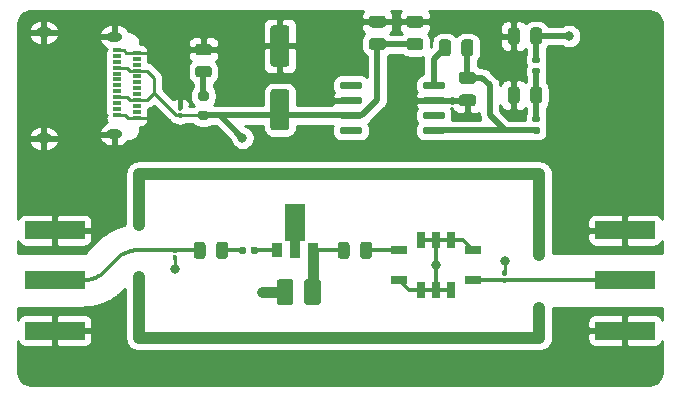
<source format=gtl>
%TF.GenerationSoftware,KiCad,Pcbnew,(5.1.7)-1*%
%TF.CreationDate,2021-09-09T12:13:45+02:00*%
%TF.ProjectId,SAW LNA Combo NOAA,53415720-4c4e-4412-9043-6f6d626f204e,rev?*%
%TF.SameCoordinates,Original*%
%TF.FileFunction,Copper,L1,Top*%
%TF.FilePolarity,Positive*%
%FSLAX46Y46*%
G04 Gerber Fmt 4.6, Leading zero omitted, Abs format (unit mm)*
G04 Created by KiCad (PCBNEW (5.1.7)-1) date 2021-09-09 12:13:45*
%MOMM*%
%LPD*%
G01*
G04 APERTURE LIST*
%TA.AperFunction,EtchedComponent*%
%ADD10C,1.000000*%
%TD*%
%TA.AperFunction,SMDPad,CuDef*%
%ADD11R,5.080000X1.500000*%
%TD*%
%TA.AperFunction,SMDPad,CuDef*%
%ADD12R,1.350000X0.710000*%
%TD*%
%TA.AperFunction,SMDPad,CuDef*%
%ADD13R,0.710000X1.350000*%
%TD*%
%TA.AperFunction,SMDPad,CuDef*%
%ADD14C,0.100000*%
%TD*%
%TA.AperFunction,SMDPad,CuDef*%
%ADD15R,0.900000X1.300000*%
%TD*%
%TA.AperFunction,SMDPad,CuDef*%
%ADD16R,0.700000X0.300000*%
%TD*%
%TA.AperFunction,ComponentPad*%
%ADD17O,1.400000X0.800000*%
%TD*%
%TA.AperFunction,ViaPad*%
%ADD18C,0.800000*%
%TD*%
%TA.AperFunction,ViaPad*%
%ADD19C,0.600000*%
%TD*%
%TA.AperFunction,Conductor*%
%ADD20C,0.345470*%
%TD*%
%TA.AperFunction,Conductor*%
%ADD21C,0.500000*%
%TD*%
%TA.AperFunction,Conductor*%
%ADD22C,0.250000*%
%TD*%
%TA.AperFunction,Conductor*%
%ADD23C,0.900000*%
%TD*%
%TA.AperFunction,Conductor*%
%ADD24C,0.254000*%
%TD*%
%TA.AperFunction,Conductor*%
%ADD25C,0.100000*%
%TD*%
G04 APERTURE END LIST*
D10*
%TO.C,Shield*%
X160392000Y-104618000D02*
X160392000Y-107118000D01*
X126492000Y-101918000D02*
X126492000Y-107118000D01*
X160392000Y-93218000D02*
X160392000Y-100118000D01*
X126492000Y-93218000D02*
X126492000Y-97518000D01*
X126492000Y-107118000D02*
X160392000Y-107118000D01*
X126492000Y-93218000D02*
X160392000Y-93218000D01*
%TD*%
%TO.P,C9,2*%
%TO.N,Net-(C2-Pad2)*%
%TA.AperFunction,SMDPad,CuDef*%
G36*
G01*
X146210000Y-81730000D02*
X147160000Y-81730000D01*
G75*
G02*
X147410000Y-81980000I0J-250000D01*
G01*
X147410000Y-82480000D01*
G75*
G02*
X147160000Y-82730000I-250000J0D01*
G01*
X146210000Y-82730000D01*
G75*
G02*
X145960000Y-82480000I0J250000D01*
G01*
X145960000Y-81980000D01*
G75*
G02*
X146210000Y-81730000I250000J0D01*
G01*
G37*
%TD.AperFunction*%
%TO.P,C9,1*%
%TO.N,GND*%
%TA.AperFunction,SMDPad,CuDef*%
G36*
G01*
X146210000Y-79830000D02*
X147160000Y-79830000D01*
G75*
G02*
X147410000Y-80080000I0J-250000D01*
G01*
X147410000Y-80580000D01*
G75*
G02*
X147160000Y-80830000I-250000J0D01*
G01*
X146210000Y-80830000D01*
G75*
G02*
X145960000Y-80580000I0J250000D01*
G01*
X145960000Y-80080000D01*
G75*
G02*
X146210000Y-79830000I250000J0D01*
G01*
G37*
%TD.AperFunction*%
%TD*%
%TO.P,C8,2*%
%TO.N,GND*%
%TA.AperFunction,SMDPad,CuDef*%
G36*
G01*
X138980000Y-84140000D02*
X137880000Y-84140000D01*
G75*
G02*
X137630000Y-83890000I0J250000D01*
G01*
X137630000Y-80890000D01*
G75*
G02*
X137880000Y-80640000I250000J0D01*
G01*
X138980000Y-80640000D01*
G75*
G02*
X139230000Y-80890000I0J-250000D01*
G01*
X139230000Y-83890000D01*
G75*
G02*
X138980000Y-84140000I-250000J0D01*
G01*
G37*
%TD.AperFunction*%
%TO.P,C8,1*%
%TO.N,Net-(C2-Pad2)*%
%TA.AperFunction,SMDPad,CuDef*%
G36*
G01*
X138980000Y-89540000D02*
X137880000Y-89540000D01*
G75*
G02*
X137630000Y-89290000I0J250000D01*
G01*
X137630000Y-86290000D01*
G75*
G02*
X137880000Y-86040000I250000J0D01*
G01*
X138980000Y-86040000D01*
G75*
G02*
X139230000Y-86290000I0J-250000D01*
G01*
X139230000Y-89290000D01*
G75*
G02*
X138980000Y-89540000I-250000J0D01*
G01*
G37*
%TD.AperFunction*%
%TD*%
%TO.P,U1,8*%
%TO.N,Net-(C6-Pad2)*%
%TA.AperFunction,SMDPad,CuDef*%
G36*
G01*
X150505000Y-85875000D02*
X150505000Y-85575000D01*
G75*
G02*
X150655000Y-85425000I150000J0D01*
G01*
X152255000Y-85425000D01*
G75*
G02*
X152405000Y-85575000I0J-150000D01*
G01*
X152405000Y-85875000D01*
G75*
G02*
X152255000Y-86025000I-150000J0D01*
G01*
X150655000Y-86025000D01*
G75*
G02*
X150505000Y-85875000I0J150000D01*
G01*
G37*
%TD.AperFunction*%
%TO.P,U1,7*%
%TO.N,GND*%
%TA.AperFunction,SMDPad,CuDef*%
G36*
G01*
X150505000Y-87145000D02*
X150505000Y-86845000D01*
G75*
G02*
X150655000Y-86695000I150000J0D01*
G01*
X152255000Y-86695000D01*
G75*
G02*
X152405000Y-86845000I0J-150000D01*
G01*
X152405000Y-87145000D01*
G75*
G02*
X152255000Y-87295000I-150000J0D01*
G01*
X150655000Y-87295000D01*
G75*
G02*
X150505000Y-87145000I0J150000D01*
G01*
G37*
%TD.AperFunction*%
%TO.P,U1,6*%
%TO.N,Net-(U1-Pad6)*%
%TA.AperFunction,SMDPad,CuDef*%
G36*
G01*
X150505000Y-88415000D02*
X150505000Y-88115000D01*
G75*
G02*
X150655000Y-87965000I150000J0D01*
G01*
X152255000Y-87965000D01*
G75*
G02*
X152405000Y-88115000I0J-150000D01*
G01*
X152405000Y-88415000D01*
G75*
G02*
X152255000Y-88565000I-150000J0D01*
G01*
X150655000Y-88565000D01*
G75*
G02*
X150505000Y-88415000I0J150000D01*
G01*
G37*
%TD.AperFunction*%
%TO.P,U1,5*%
%TO.N,Net-(C6-Pad1)*%
%TA.AperFunction,SMDPad,CuDef*%
G36*
G01*
X150505000Y-89685000D02*
X150505000Y-89385000D01*
G75*
G02*
X150655000Y-89235000I150000J0D01*
G01*
X152255000Y-89235000D01*
G75*
G02*
X152405000Y-89385000I0J-150000D01*
G01*
X152405000Y-89685000D01*
G75*
G02*
X152255000Y-89835000I-150000J0D01*
G01*
X150655000Y-89835000D01*
G75*
G02*
X150505000Y-89685000I0J150000D01*
G01*
G37*
%TD.AperFunction*%
%TO.P,U1,4*%
%TO.N,Net-(U1-Pad4)*%
%TA.AperFunction,SMDPad,CuDef*%
G36*
G01*
X143505000Y-89685000D02*
X143505000Y-89385000D01*
G75*
G02*
X143655000Y-89235000I150000J0D01*
G01*
X145255000Y-89235000D01*
G75*
G02*
X145405000Y-89385000I0J-150000D01*
G01*
X145405000Y-89685000D01*
G75*
G02*
X145255000Y-89835000I-150000J0D01*
G01*
X143655000Y-89835000D01*
G75*
G02*
X143505000Y-89685000I0J150000D01*
G01*
G37*
%TD.AperFunction*%
%TO.P,U1,3*%
%TO.N,Net-(C2-Pad2)*%
%TA.AperFunction,SMDPad,CuDef*%
G36*
G01*
X143505000Y-88415000D02*
X143505000Y-88115000D01*
G75*
G02*
X143655000Y-87965000I150000J0D01*
G01*
X145255000Y-87965000D01*
G75*
G02*
X145405000Y-88115000I0J-150000D01*
G01*
X145405000Y-88415000D01*
G75*
G02*
X145255000Y-88565000I-150000J0D01*
G01*
X143655000Y-88565000D01*
G75*
G02*
X143505000Y-88415000I0J150000D01*
G01*
G37*
%TD.AperFunction*%
%TO.P,U1,2*%
%TO.N,GND*%
%TA.AperFunction,SMDPad,CuDef*%
G36*
G01*
X143505000Y-87145000D02*
X143505000Y-86845000D01*
G75*
G02*
X143655000Y-86695000I150000J0D01*
G01*
X145255000Y-86695000D01*
G75*
G02*
X145405000Y-86845000I0J-150000D01*
G01*
X145405000Y-87145000D01*
G75*
G02*
X145255000Y-87295000I-150000J0D01*
G01*
X143655000Y-87295000D01*
G75*
G02*
X143505000Y-87145000I0J150000D01*
G01*
G37*
%TD.AperFunction*%
%TO.P,U1,1*%
%TO.N,Net-(U1-Pad1)*%
%TA.AperFunction,SMDPad,CuDef*%
G36*
G01*
X143505000Y-85875000D02*
X143505000Y-85575000D01*
G75*
G02*
X143655000Y-85425000I150000J0D01*
G01*
X145255000Y-85425000D01*
G75*
G02*
X145405000Y-85575000I0J-150000D01*
G01*
X145405000Y-85875000D01*
G75*
G02*
X145255000Y-86025000I-150000J0D01*
G01*
X143655000Y-86025000D01*
G75*
G02*
X143505000Y-85875000I0J150000D01*
G01*
G37*
%TD.AperFunction*%
%TD*%
%TO.P,C7,2*%
%TO.N,Net-(C6-Pad1)*%
%TA.AperFunction,SMDPad,CuDef*%
G36*
G01*
X154780000Y-85590000D02*
X153830000Y-85590000D01*
G75*
G02*
X153580000Y-85340000I0J250000D01*
G01*
X153580000Y-84840000D01*
G75*
G02*
X153830000Y-84590000I250000J0D01*
G01*
X154780000Y-84590000D01*
G75*
G02*
X155030000Y-84840000I0J-250000D01*
G01*
X155030000Y-85340000D01*
G75*
G02*
X154780000Y-85590000I-250000J0D01*
G01*
G37*
%TD.AperFunction*%
%TO.P,C7,1*%
%TO.N,GND*%
%TA.AperFunction,SMDPad,CuDef*%
G36*
G01*
X154780000Y-87490000D02*
X153830000Y-87490000D01*
G75*
G02*
X153580000Y-87240000I0J250000D01*
G01*
X153580000Y-86740000D01*
G75*
G02*
X153830000Y-86490000I250000J0D01*
G01*
X154780000Y-86490000D01*
G75*
G02*
X155030000Y-86740000I0J-250000D01*
G01*
X155030000Y-87240000D01*
G75*
G02*
X154780000Y-87490000I-250000J0D01*
G01*
G37*
%TD.AperFunction*%
%TD*%
%TO.P,C6,2*%
%TO.N,Net-(C6-Pad2)*%
%TA.AperFunction,SMDPad,CuDef*%
G36*
G01*
X152902500Y-82075000D02*
X152902500Y-83025000D01*
G75*
G02*
X152652500Y-83275000I-250000J0D01*
G01*
X152152500Y-83275000D01*
G75*
G02*
X151902500Y-83025000I0J250000D01*
G01*
X151902500Y-82075000D01*
G75*
G02*
X152152500Y-81825000I250000J0D01*
G01*
X152652500Y-81825000D01*
G75*
G02*
X152902500Y-82075000I0J-250000D01*
G01*
G37*
%TD.AperFunction*%
%TO.P,C6,1*%
%TO.N,Net-(C6-Pad1)*%
%TA.AperFunction,SMDPad,CuDef*%
G36*
G01*
X154802500Y-82075000D02*
X154802500Y-83025000D01*
G75*
G02*
X154552500Y-83275000I-250000J0D01*
G01*
X154052500Y-83275000D01*
G75*
G02*
X153802500Y-83025000I0J250000D01*
G01*
X153802500Y-82075000D01*
G75*
G02*
X154052500Y-81825000I250000J0D01*
G01*
X154552500Y-81825000D01*
G75*
G02*
X154802500Y-82075000I0J-250000D01*
G01*
G37*
%TD.AperFunction*%
%TD*%
D11*
%TO.P,J1,2*%
%TO.N,GND*%
X119380000Y-97985000D03*
X119380000Y-106485000D03*
%TO.P,J1,1*%
%TO.N,Net-(C1-Pad2)*%
X119380000Y-102235000D03*
%TD*%
%TO.P,R1,2*%
%TO.N,Net-(D4-Pad2)*%
%TA.AperFunction,SMDPad,CuDef*%
G36*
G01*
X132228000Y-87017040D02*
X131678000Y-87017040D01*
G75*
G02*
X131478000Y-86817040I0J200000D01*
G01*
X131478000Y-86417040D01*
G75*
G02*
X131678000Y-86217040I200000J0D01*
G01*
X132228000Y-86217040D01*
G75*
G02*
X132428000Y-86417040I0J-200000D01*
G01*
X132428000Y-86817040D01*
G75*
G02*
X132228000Y-87017040I-200000J0D01*
G01*
G37*
%TD.AperFunction*%
%TO.P,R1,1*%
%TO.N,Net-(C2-Pad2)*%
%TA.AperFunction,SMDPad,CuDef*%
G36*
G01*
X132228000Y-88667040D02*
X131678000Y-88667040D01*
G75*
G02*
X131478000Y-88467040I0J200000D01*
G01*
X131478000Y-88067040D01*
G75*
G02*
X131678000Y-87867040I200000J0D01*
G01*
X132228000Y-87867040D01*
G75*
G02*
X132428000Y-88067040I0J-200000D01*
G01*
X132428000Y-88467040D01*
G75*
G02*
X132228000Y-88667040I-200000J0D01*
G01*
G37*
%TD.AperFunction*%
%TD*%
%TO.P,D4,2*%
%TO.N,Net-(D4-Pad2)*%
%TA.AperFunction,SMDPad,CuDef*%
G36*
G01*
X131496750Y-84082040D02*
X132409250Y-84082040D01*
G75*
G02*
X132653000Y-84325790I0J-243750D01*
G01*
X132653000Y-84813290D01*
G75*
G02*
X132409250Y-85057040I-243750J0D01*
G01*
X131496750Y-85057040D01*
G75*
G02*
X131253000Y-84813290I0J243750D01*
G01*
X131253000Y-84325790D01*
G75*
G02*
X131496750Y-84082040I243750J0D01*
G01*
G37*
%TD.AperFunction*%
%TO.P,D4,1*%
%TO.N,GND*%
%TA.AperFunction,SMDPad,CuDef*%
G36*
G01*
X131496750Y-82207040D02*
X132409250Y-82207040D01*
G75*
G02*
X132653000Y-82450790I0J-243750D01*
G01*
X132653000Y-82938290D01*
G75*
G02*
X132409250Y-83182040I-243750J0D01*
G01*
X131496750Y-83182040D01*
G75*
G02*
X131253000Y-82938290I0J243750D01*
G01*
X131253000Y-82450790D01*
G75*
G02*
X131496750Y-82207040I243750J0D01*
G01*
G37*
%TD.AperFunction*%
%TD*%
%TO.P,J2,2*%
%TO.N,GND*%
X167640000Y-106485000D03*
X167640000Y-97985000D03*
%TO.P,J2,1*%
%TO.N,Net-(D3-Pad1)*%
X167640000Y-102235000D03*
%TD*%
%TO.P,L3,2*%
%TO.N,Net-(C4-Pad2)*%
%TA.AperFunction,SMDPad,CuDef*%
G36*
G01*
X140480200Y-104075600D02*
X140480200Y-102375600D01*
G75*
G02*
X140730200Y-102125600I250000J0D01*
G01*
X141655200Y-102125600D01*
G75*
G02*
X141905200Y-102375600I0J-250000D01*
G01*
X141905200Y-104075600D01*
G75*
G02*
X141655200Y-104325600I-250000J0D01*
G01*
X140730200Y-104325600D01*
G75*
G02*
X140480200Y-104075600I0J250000D01*
G01*
G37*
%TD.AperFunction*%
%TO.P,L3,1*%
%TO.N,+5V*%
%TA.AperFunction,SMDPad,CuDef*%
G36*
G01*
X138155200Y-104075600D02*
X138155200Y-102375600D01*
G75*
G02*
X138405200Y-102125600I250000J0D01*
G01*
X139330200Y-102125600D01*
G75*
G02*
X139580200Y-102375600I0J-250000D01*
G01*
X139580200Y-104075600D01*
G75*
G02*
X139330200Y-104325600I-250000J0D01*
G01*
X138405200Y-104325600D01*
G75*
G02*
X138155200Y-104075600I0J250000D01*
G01*
G37*
%TD.AperFunction*%
%TD*%
D12*
%TO.P,U3,10*%
%TO.N,Net-(C4-Pad1)*%
X148513000Y-99695000D03*
D13*
%TO.P,U3,9*%
%TO.N,GND*%
X150368000Y-98840000D03*
%TO.P,U3,8*%
X151638000Y-98840000D03*
%TO.P,U3,7*%
X152908000Y-98840000D03*
D12*
%TO.P,U3,6*%
X154763000Y-99695000D03*
%TO.P,U3,5*%
%TO.N,Net-(D3-Pad1)*%
X154763000Y-102235000D03*
D13*
%TO.P,U3,4*%
%TO.N,GND*%
X152908000Y-103090000D03*
%TO.P,U3,3*%
X151638000Y-103090000D03*
%TO.P,U3,2*%
X150368000Y-103090000D03*
D12*
%TO.P,U3,1*%
X148513000Y-102235000D03*
%TD*%
%TA.AperFunction,SMDPad,CuDef*%
D14*
%TO.P,U2,2*%
%TO.N,GND*%
G36*
X140566500Y-95744000D02*
G01*
X140566500Y-98869000D01*
X140150000Y-98869000D01*
X140150000Y-100344000D01*
X139250000Y-100344000D01*
X139250000Y-98869000D01*
X138833500Y-98869000D01*
X138833500Y-95744000D01*
X140566500Y-95744000D01*
G37*
%TD.AperFunction*%
D15*
%TO.P,U2,3*%
%TO.N,Net-(C4-Pad2)*%
X141200000Y-99694000D03*
%TO.P,U2,1*%
%TO.N,Net-(L1-Pad2)*%
X138200000Y-99694000D03*
%TD*%
D16*
%TO.P,P1,B12*%
%TO.N,GND*%
X124605000Y-82725000D03*
%TO.P,P1,B11*%
%TO.N,N/C*%
X124605000Y-83225000D03*
%TO.P,P1,B10*%
X124605000Y-83725000D03*
%TO.P,P1,B9*%
%TO.N,Net-(C2-Pad2)*%
X124605000Y-84225000D03*
%TO.P,P1,B8*%
%TO.N,N/C*%
X124605000Y-84725000D03*
%TO.P,P1,B7*%
X124605000Y-85225000D03*
%TO.P,P1,B6*%
X124605000Y-85725000D03*
%TO.P,P1,B5*%
%TO.N,Net-(P1-PadB5)*%
X124605000Y-86225000D03*
%TO.P,P1,B4*%
%TO.N,Net-(C2-Pad2)*%
X124605000Y-86725000D03*
%TO.P,P1,B3*%
%TO.N,N/C*%
X124605000Y-87225000D03*
%TO.P,P1,B2*%
X124605000Y-87725000D03*
D17*
%TO.P,P1,S1*%
%TO.N,GND*%
X118445000Y-81235000D03*
X118445000Y-90215000D03*
X124395000Y-89855000D03*
D16*
%TO.P,P1,B1*%
X124605000Y-88225000D03*
%TO.P,P1,A11*%
%TO.N,N/C*%
X126305000Y-87975000D03*
%TO.P,P1,A8*%
X126305000Y-86475000D03*
%TO.P,P1,A9*%
%TO.N,Net-(C2-Pad2)*%
X126305000Y-86975000D03*
%TO.P,P1,A10*%
%TO.N,N/C*%
X126305000Y-87475000D03*
%TO.P,P1,A12*%
%TO.N,GND*%
X126305000Y-88475000D03*
%TO.P,P1,A7*%
%TO.N,Net-(P1-PadA7)*%
X126305000Y-85975000D03*
%TO.P,P1,A6*%
%TO.N,Net-(P1-PadA6)*%
X126305000Y-85475000D03*
%TO.P,P1,A5*%
%TO.N,Net-(P1-PadA5)*%
X126305000Y-84975000D03*
%TO.P,P1,A4*%
%TO.N,Net-(C2-Pad2)*%
X126305000Y-84475000D03*
%TO.P,P1,A3*%
%TO.N,N/C*%
X126305000Y-83975000D03*
%TO.P,P1,A2*%
X126305000Y-83475000D03*
%TO.P,P1,A1*%
%TO.N,GND*%
X126305000Y-82975000D03*
D17*
%TO.P,P1,S1*%
X124395000Y-81595000D03*
%TD*%
%TO.P,L4,2*%
%TO.N,+5V*%
%TA.AperFunction,SMDPad,CuDef*%
G36*
G01*
X160296640Y-83859860D02*
X159951640Y-83859860D01*
G75*
G02*
X159804140Y-83712360I0J147500D01*
G01*
X159804140Y-83417360D01*
G75*
G02*
X159951640Y-83269860I147500J0D01*
G01*
X160296640Y-83269860D01*
G75*
G02*
X160444140Y-83417360I0J-147500D01*
G01*
X160444140Y-83712360D01*
G75*
G02*
X160296640Y-83859860I-147500J0D01*
G01*
G37*
%TD.AperFunction*%
%TO.P,L4,1*%
%TO.N,Net-(C3-Pad2)*%
%TA.AperFunction,SMDPad,CuDef*%
G36*
G01*
X160296640Y-84829860D02*
X159951640Y-84829860D01*
G75*
G02*
X159804140Y-84682360I0J147500D01*
G01*
X159804140Y-84387360D01*
G75*
G02*
X159951640Y-84239860I147500J0D01*
G01*
X160296640Y-84239860D01*
G75*
G02*
X160444140Y-84387360I0J-147500D01*
G01*
X160444140Y-84682360D01*
G75*
G02*
X160296640Y-84829860I-147500J0D01*
G01*
G37*
%TD.AperFunction*%
%TD*%
%TO.P,L2,2*%
%TO.N,Net-(C3-Pad2)*%
%TA.AperFunction,SMDPad,CuDef*%
G36*
G01*
X160296640Y-88859860D02*
X159951640Y-88859860D01*
G75*
G02*
X159804140Y-88712360I0J147500D01*
G01*
X159804140Y-88417360D01*
G75*
G02*
X159951640Y-88269860I147500J0D01*
G01*
X160296640Y-88269860D01*
G75*
G02*
X160444140Y-88417360I0J-147500D01*
G01*
X160444140Y-88712360D01*
G75*
G02*
X160296640Y-88859860I-147500J0D01*
G01*
G37*
%TD.AperFunction*%
%TO.P,L2,1*%
%TO.N,Net-(C6-Pad1)*%
%TA.AperFunction,SMDPad,CuDef*%
G36*
G01*
X160296640Y-89829860D02*
X159951640Y-89829860D01*
G75*
G02*
X159804140Y-89682360I0J147500D01*
G01*
X159804140Y-89387360D01*
G75*
G02*
X159951640Y-89239860I147500J0D01*
G01*
X160296640Y-89239860D01*
G75*
G02*
X160444140Y-89387360I0J-147500D01*
G01*
X160444140Y-89682360D01*
G75*
G02*
X160296640Y-89829860I-147500J0D01*
G01*
G37*
%TD.AperFunction*%
%TD*%
%TO.P,L1,2*%
%TO.N,Net-(L1-Pad2)*%
%TA.AperFunction,SMDPad,CuDef*%
G36*
G01*
X135953000Y-99867500D02*
X135953000Y-99522500D01*
G75*
G02*
X136100500Y-99375000I147500J0D01*
G01*
X136395500Y-99375000D01*
G75*
G02*
X136543000Y-99522500I0J-147500D01*
G01*
X136543000Y-99867500D01*
G75*
G02*
X136395500Y-100015000I-147500J0D01*
G01*
X136100500Y-100015000D01*
G75*
G02*
X135953000Y-99867500I0J147500D01*
G01*
G37*
%TD.AperFunction*%
%TO.P,L1,1*%
%TO.N,Net-(C1-Pad1)*%
%TA.AperFunction,SMDPad,CuDef*%
G36*
G01*
X134983000Y-99867500D02*
X134983000Y-99522500D01*
G75*
G02*
X135130500Y-99375000I147500J0D01*
G01*
X135425500Y-99375000D01*
G75*
G02*
X135573000Y-99522500I0J-147500D01*
G01*
X135573000Y-99867500D01*
G75*
G02*
X135425500Y-100015000I-147500J0D01*
G01*
X135130500Y-100015000D01*
G75*
G02*
X134983000Y-99867500I0J147500D01*
G01*
G37*
%TD.AperFunction*%
%TD*%
%TO.P,D3,2*%
%TO.N,GND*%
%TA.AperFunction,SMDPad,CuDef*%
G36*
G01*
X157554600Y-101827500D02*
X157354600Y-101827500D01*
G75*
G02*
X157254600Y-101727500I0J100000D01*
G01*
X157254600Y-101467500D01*
G75*
G02*
X157354600Y-101367500I100000J0D01*
G01*
X157554600Y-101367500D01*
G75*
G02*
X157654600Y-101467500I0J-100000D01*
G01*
X157654600Y-101727500D01*
G75*
G02*
X157554600Y-101827500I-100000J0D01*
G01*
G37*
%TD.AperFunction*%
%TO.P,D3,1*%
%TO.N,Net-(D3-Pad1)*%
%TA.AperFunction,SMDPad,CuDef*%
G36*
G01*
X157554600Y-102467500D02*
X157354600Y-102467500D01*
G75*
G02*
X157254600Y-102367500I0J100000D01*
G01*
X157254600Y-102107500D01*
G75*
G02*
X157354600Y-102007500I100000J0D01*
G01*
X157554600Y-102007500D01*
G75*
G02*
X157654600Y-102107500I0J-100000D01*
G01*
X157654600Y-102367500D01*
G75*
G02*
X157554600Y-102467500I-100000J0D01*
G01*
G37*
%TD.AperFunction*%
%TD*%
%TO.P,D2,2*%
%TO.N,GND*%
%TA.AperFunction,SMDPad,CuDef*%
G36*
G01*
X130094660Y-87854960D02*
X129894660Y-87854960D01*
G75*
G02*
X129794660Y-87754960I0J100000D01*
G01*
X129794660Y-87494960D01*
G75*
G02*
X129894660Y-87394960I100000J0D01*
G01*
X130094660Y-87394960D01*
G75*
G02*
X130194660Y-87494960I0J-100000D01*
G01*
X130194660Y-87754960D01*
G75*
G02*
X130094660Y-87854960I-100000J0D01*
G01*
G37*
%TD.AperFunction*%
%TO.P,D2,1*%
%TO.N,Net-(C2-Pad2)*%
%TA.AperFunction,SMDPad,CuDef*%
G36*
G01*
X130094660Y-88494960D02*
X129894660Y-88494960D01*
G75*
G02*
X129794660Y-88394960I0J100000D01*
G01*
X129794660Y-88134960D01*
G75*
G02*
X129894660Y-88034960I100000J0D01*
G01*
X130094660Y-88034960D01*
G75*
G02*
X130194660Y-88134960I0J-100000D01*
G01*
X130194660Y-88394960D01*
G75*
G02*
X130094660Y-88494960I-100000J0D01*
G01*
G37*
%TD.AperFunction*%
%TD*%
%TO.P,D1,2*%
%TO.N,GND*%
%TA.AperFunction,SMDPad,CuDef*%
G36*
G01*
X129440000Y-100105000D02*
X129640000Y-100105000D01*
G75*
G02*
X129740000Y-100205000I0J-100000D01*
G01*
X129740000Y-100465000D01*
G75*
G02*
X129640000Y-100565000I-100000J0D01*
G01*
X129440000Y-100565000D01*
G75*
G02*
X129340000Y-100465000I0J100000D01*
G01*
X129340000Y-100205000D01*
G75*
G02*
X129440000Y-100105000I100000J0D01*
G01*
G37*
%TD.AperFunction*%
%TO.P,D1,1*%
%TO.N,Net-(C1-Pad2)*%
%TA.AperFunction,SMDPad,CuDef*%
G36*
G01*
X129440000Y-99465000D02*
X129640000Y-99465000D01*
G75*
G02*
X129740000Y-99565000I0J-100000D01*
G01*
X129740000Y-99825000D01*
G75*
G02*
X129640000Y-99925000I-100000J0D01*
G01*
X129440000Y-99925000D01*
G75*
G02*
X129340000Y-99825000I0J100000D01*
G01*
X129340000Y-99565000D01*
G75*
G02*
X129440000Y-99465000I100000J0D01*
G01*
G37*
%TD.AperFunction*%
%TD*%
%TO.P,C5,2*%
%TO.N,+5V*%
%TA.AperFunction,SMDPad,CuDef*%
G36*
G01*
X159624180Y-82024860D02*
X159624180Y-81074860D01*
G75*
G02*
X159874180Y-80824860I250000J0D01*
G01*
X160374180Y-80824860D01*
G75*
G02*
X160624180Y-81074860I0J-250000D01*
G01*
X160624180Y-82024860D01*
G75*
G02*
X160374180Y-82274860I-250000J0D01*
G01*
X159874180Y-82274860D01*
G75*
G02*
X159624180Y-82024860I0J250000D01*
G01*
G37*
%TD.AperFunction*%
%TO.P,C5,1*%
%TO.N,GND*%
%TA.AperFunction,SMDPad,CuDef*%
G36*
G01*
X157724180Y-82024860D02*
X157724180Y-81074860D01*
G75*
G02*
X157974180Y-80824860I250000J0D01*
G01*
X158474180Y-80824860D01*
G75*
G02*
X158724180Y-81074860I0J-250000D01*
G01*
X158724180Y-82024860D01*
G75*
G02*
X158474180Y-82274860I-250000J0D01*
G01*
X157974180Y-82274860D01*
G75*
G02*
X157724180Y-82024860I0J250000D01*
G01*
G37*
%TD.AperFunction*%
%TD*%
%TO.P,C4,2*%
%TO.N,Net-(C4-Pad2)*%
%TA.AperFunction,SMDPad,CuDef*%
G36*
G01*
X144330000Y-99220000D02*
X144330000Y-100170000D01*
G75*
G02*
X144080000Y-100420000I-250000J0D01*
G01*
X143580000Y-100420000D01*
G75*
G02*
X143330000Y-100170000I0J250000D01*
G01*
X143330000Y-99220000D01*
G75*
G02*
X143580000Y-98970000I250000J0D01*
G01*
X144080000Y-98970000D01*
G75*
G02*
X144330000Y-99220000I0J-250000D01*
G01*
G37*
%TD.AperFunction*%
%TO.P,C4,1*%
%TO.N,Net-(C4-Pad1)*%
%TA.AperFunction,SMDPad,CuDef*%
G36*
G01*
X146230000Y-99220000D02*
X146230000Y-100170000D01*
G75*
G02*
X145980000Y-100420000I-250000J0D01*
G01*
X145480000Y-100420000D01*
G75*
G02*
X145230000Y-100170000I0J250000D01*
G01*
X145230000Y-99220000D01*
G75*
G02*
X145480000Y-98970000I250000J0D01*
G01*
X145980000Y-98970000D01*
G75*
G02*
X146230000Y-99220000I0J-250000D01*
G01*
G37*
%TD.AperFunction*%
%TD*%
%TO.P,C3,2*%
%TO.N,Net-(C3-Pad2)*%
%TA.AperFunction,SMDPad,CuDef*%
G36*
G01*
X159624180Y-87024860D02*
X159624180Y-86074860D01*
G75*
G02*
X159874180Y-85824860I250000J0D01*
G01*
X160374180Y-85824860D01*
G75*
G02*
X160624180Y-86074860I0J-250000D01*
G01*
X160624180Y-87024860D01*
G75*
G02*
X160374180Y-87274860I-250000J0D01*
G01*
X159874180Y-87274860D01*
G75*
G02*
X159624180Y-87024860I0J250000D01*
G01*
G37*
%TD.AperFunction*%
%TO.P,C3,1*%
%TO.N,GND*%
%TA.AperFunction,SMDPad,CuDef*%
G36*
G01*
X157724180Y-87024860D02*
X157724180Y-86074860D01*
G75*
G02*
X157974180Y-85824860I250000J0D01*
G01*
X158474180Y-85824860D01*
G75*
G02*
X158724180Y-86074860I0J-250000D01*
G01*
X158724180Y-87024860D01*
G75*
G02*
X158474180Y-87274860I-250000J0D01*
G01*
X157974180Y-87274860D01*
G75*
G02*
X157724180Y-87024860I0J250000D01*
G01*
G37*
%TD.AperFunction*%
%TD*%
%TO.P,C2,2*%
%TO.N,Net-(C2-Pad2)*%
%TA.AperFunction,SMDPad,CuDef*%
G36*
G01*
X149385000Y-81730000D02*
X150335000Y-81730000D01*
G75*
G02*
X150585000Y-81980000I0J-250000D01*
G01*
X150585000Y-82480000D01*
G75*
G02*
X150335000Y-82730000I-250000J0D01*
G01*
X149385000Y-82730000D01*
G75*
G02*
X149135000Y-82480000I0J250000D01*
G01*
X149135000Y-81980000D01*
G75*
G02*
X149385000Y-81730000I250000J0D01*
G01*
G37*
%TD.AperFunction*%
%TO.P,C2,1*%
%TO.N,GND*%
%TA.AperFunction,SMDPad,CuDef*%
G36*
G01*
X149385000Y-79830000D02*
X150335000Y-79830000D01*
G75*
G02*
X150585000Y-80080000I0J-250000D01*
G01*
X150585000Y-80580000D01*
G75*
G02*
X150335000Y-80830000I-250000J0D01*
G01*
X149385000Y-80830000D01*
G75*
G02*
X149135000Y-80580000I0J250000D01*
G01*
X149135000Y-80080000D01*
G75*
G02*
X149385000Y-79830000I250000J0D01*
G01*
G37*
%TD.AperFunction*%
%TD*%
%TO.P,C1,2*%
%TO.N,Net-(C1-Pad2)*%
%TA.AperFunction,SMDPad,CuDef*%
G36*
G01*
X132138000Y-99220000D02*
X132138000Y-100170000D01*
G75*
G02*
X131888000Y-100420000I-250000J0D01*
G01*
X131388000Y-100420000D01*
G75*
G02*
X131138000Y-100170000I0J250000D01*
G01*
X131138000Y-99220000D01*
G75*
G02*
X131388000Y-98970000I250000J0D01*
G01*
X131888000Y-98970000D01*
G75*
G02*
X132138000Y-99220000I0J-250000D01*
G01*
G37*
%TD.AperFunction*%
%TO.P,C1,1*%
%TO.N,Net-(C1-Pad1)*%
%TA.AperFunction,SMDPad,CuDef*%
G36*
G01*
X134038000Y-99220000D02*
X134038000Y-100170000D01*
G75*
G02*
X133788000Y-100420000I-250000J0D01*
G01*
X133288000Y-100420000D01*
G75*
G02*
X133038000Y-100170000I0J250000D01*
G01*
X133038000Y-99220000D01*
G75*
G02*
X133288000Y-98970000I250000J0D01*
G01*
X133788000Y-98970000D01*
G75*
G02*
X134038000Y-99220000I0J-250000D01*
G01*
G37*
%TD.AperFunction*%
%TD*%
D18*
%TO.N,Net-(C2-Pad2)*%
X135255000Y-90170000D03*
%TO.N,GND*%
X157454600Y-100584000D03*
X139700000Y-97282000D03*
X139700000Y-98298000D03*
X151638000Y-100965000D03*
D19*
X162351081Y-94048146D03*
X163359218Y-93114258D03*
X164314986Y-92126738D03*
X165078068Y-90986865D03*
X165568806Y-89705836D03*
X165761030Y-88347625D03*
X165765000Y-86972919D03*
X165765000Y-85598166D03*
X165703477Y-84226277D03*
X165358383Y-82898625D03*
X164728740Y-81679837D03*
X162789318Y-83508656D03*
X163148727Y-84758933D03*
X163165000Y-86066980D03*
X163165000Y-87375511D03*
X163127089Y-88682255D03*
X162703205Y-89912215D03*
X161876661Y-90919859D03*
X160939142Y-91832430D03*
D18*
X126492000Y-97282000D03*
X126492000Y-94742000D03*
X126492000Y-102362000D03*
X126492000Y-104902000D03*
X129032000Y-93218000D03*
X132207000Y-93218000D03*
X135382000Y-93218000D03*
X138557000Y-93218000D03*
X141732000Y-93218000D03*
X144907000Y-93218000D03*
X148082000Y-93218000D03*
X151257000Y-93218000D03*
X154432000Y-93218000D03*
X157607000Y-93218000D03*
X128397000Y-107061000D03*
X131572000Y-107061000D03*
X134747000Y-107061000D03*
X137922000Y-107061000D03*
X141097000Y-107061000D03*
X144272000Y-107061000D03*
X147447000Y-107061000D03*
X150622000Y-107061000D03*
X153797000Y-107061000D03*
X156972000Y-107061000D03*
X160401000Y-96901000D03*
X160401000Y-100076000D03*
X160401000Y-107061000D03*
X160401000Y-104648000D03*
X162560000Y-99060000D03*
X162560000Y-105410000D03*
X124460000Y-97155000D03*
X124460000Y-104140000D03*
X129540000Y-101244400D03*
X163830000Y-99060000D03*
X163830000Y-105410000D03*
X123190000Y-104775000D03*
X123190000Y-97790000D03*
%TO.N,+5V*%
X162925140Y-81549860D03*
X136944100Y-103225600D03*
%TD*%
D20*
%TO.N,Net-(C1-Pad2)*%
X126349000Y-99695000D02*
X126230540Y-99697907D01*
X126230540Y-99697907D02*
X126112365Y-99706624D01*
X126112365Y-99706624D02*
X125994761Y-99721129D01*
X125994761Y-99721129D02*
X125878010Y-99741387D01*
X125878010Y-99741387D02*
X125762393Y-99767350D01*
X125762393Y-99767350D02*
X125648190Y-99798954D01*
X125648190Y-99798954D02*
X125535675Y-99836124D01*
X125535675Y-99836124D02*
X125425120Y-99878770D01*
X125425120Y-99878770D02*
X125316790Y-99926789D01*
X125316790Y-99926789D02*
X125210947Y-99980066D01*
X125210947Y-99980066D02*
X125107846Y-100038472D01*
X125107846Y-100038472D02*
X125007734Y-100101867D01*
X125007734Y-100101867D02*
X124910854Y-100170098D01*
X124910854Y-100170098D02*
X124817438Y-100243000D01*
X124817438Y-100243000D02*
X124727713Y-100320398D01*
X124727713Y-100320398D02*
X124641893Y-100402106D01*
X121809000Y-102235000D02*
X121927459Y-102232091D01*
X121927459Y-102232091D02*
X122045634Y-102223374D01*
X122045634Y-102223374D02*
X122163238Y-102208869D01*
X122163238Y-102208869D02*
X122279989Y-102188611D01*
X122279989Y-102188611D02*
X122395605Y-102162648D01*
X122395605Y-102162648D02*
X122509808Y-102131044D01*
X122509808Y-102131044D02*
X122622323Y-102093874D01*
X122622323Y-102093874D02*
X122732879Y-102051228D01*
X122732879Y-102051228D02*
X122841208Y-102003209D01*
X122841208Y-102003209D02*
X122947051Y-101949932D01*
X122947051Y-101949932D02*
X123050153Y-101891525D01*
X123050153Y-101891525D02*
X123150264Y-101828131D01*
X123150264Y-101828131D02*
X123247144Y-101759900D01*
X123247144Y-101759900D02*
X123340559Y-101686998D01*
X123340559Y-101686998D02*
X123430285Y-101609600D01*
X123430285Y-101609600D02*
X123516106Y-101527893D01*
X123516106Y-101527893D02*
X124641893Y-100402106D01*
X126349000Y-99695000D02*
X129540000Y-99695000D01*
X119380000Y-102235000D02*
X121285000Y-102235000D01*
X121285000Y-102235000D02*
X120015000Y-102235000D01*
X121809000Y-102235000D02*
X121285000Y-102235000D01*
X129540000Y-99695000D02*
X131638000Y-99695000D01*
%TO.N,Net-(C1-Pad1)*%
X135278000Y-99695000D02*
X133538000Y-99695000D01*
D21*
%TO.N,Net-(C2-Pad2)*%
X138905000Y-88265000D02*
X138430000Y-87790000D01*
X146685000Y-86985000D02*
X146685000Y-82230000D01*
X145405000Y-88265000D02*
X146685000Y-86985000D01*
X144455000Y-88265000D02*
X145405000Y-88265000D01*
X146685000Y-82230000D02*
X149860000Y-82230000D01*
D22*
X126280001Y-84499999D02*
X126305000Y-84475000D01*
X125744997Y-84499999D02*
X126280001Y-84499999D01*
X125469998Y-84225000D02*
X125744997Y-84499999D01*
X124605000Y-84225000D02*
X125469998Y-84225000D01*
X125719998Y-86975000D02*
X126305000Y-86975000D01*
X125469998Y-86725000D02*
X125719998Y-86975000D01*
X124605000Y-86725000D02*
X125469998Y-86725000D01*
X127147000Y-84475000D02*
X126305000Y-84475000D01*
X127762000Y-85090000D02*
X127147000Y-84475000D01*
X127147000Y-86975000D02*
X127762000Y-86360000D01*
X126305000Y-86975000D02*
X127147000Y-86975000D01*
X127762000Y-85598000D02*
X127762000Y-85090000D01*
X127762000Y-86360000D02*
X127762000Y-85598000D01*
X131950920Y-88264960D02*
X131953000Y-88267040D01*
X129994660Y-88264960D02*
X131950920Y-88264960D01*
D21*
X144455000Y-88265000D02*
X139700000Y-88265000D01*
X139700000Y-88265000D02*
X138905000Y-88265000D01*
X137952960Y-88267040D02*
X138430000Y-87790000D01*
X131953000Y-88267040D02*
X137952960Y-88267040D01*
D22*
X129666960Y-88264960D02*
X129994660Y-88264960D01*
X127762000Y-86360000D02*
X129666960Y-88264960D01*
D21*
X133352040Y-88267040D02*
X135255000Y-90170000D01*
X131953000Y-88267040D02*
X133352040Y-88267040D01*
D22*
%TO.N,GND*%
X125190002Y-82725000D02*
X124605000Y-82725000D01*
X125440002Y-82975000D02*
X125190002Y-82725000D01*
X126305000Y-82975000D02*
X125440002Y-82975000D01*
X126305000Y-88475000D02*
X125559000Y-88475000D01*
X125309000Y-88225000D02*
X124605000Y-88225000D01*
X125559000Y-88475000D02*
X125309000Y-88225000D01*
X126305000Y-88475000D02*
X127679000Y-88475000D01*
X126305000Y-82975000D02*
X127679000Y-82975000D01*
D20*
X150368000Y-98840000D02*
X151638000Y-98840000D01*
X151638000Y-98840000D02*
X152908000Y-98840000D01*
X150368000Y-103090000D02*
X151638000Y-103090000D01*
X151638000Y-103090000D02*
X152908000Y-103090000D01*
X153908000Y-98840000D02*
X154763000Y-99695000D01*
X152908000Y-98840000D02*
X153908000Y-98840000D01*
X149368000Y-103090000D02*
X148513000Y-102235000D01*
X150368000Y-103090000D02*
X149368000Y-103090000D01*
X151638000Y-98840000D02*
X151638000Y-100965000D01*
X151638000Y-100965000D02*
X151638000Y-103090000D01*
X129994660Y-87624960D02*
X129994660Y-86667340D01*
D22*
X129540000Y-100335000D02*
X129540000Y-101244400D01*
X157454600Y-101597500D02*
X157454600Y-100584000D01*
D21*
%TO.N,Net-(C3-Pad2)*%
X160124140Y-86549900D02*
X160124180Y-86549860D01*
X160124140Y-88564860D02*
X160124140Y-86549900D01*
X160124180Y-84534900D02*
X160124140Y-84534860D01*
X160124180Y-86549860D02*
X160124180Y-84534900D01*
D23*
%TO.N,Net-(C4-Pad2)*%
X141192700Y-103225600D02*
X141192700Y-99701300D01*
D20*
X141201000Y-99695000D02*
X141200000Y-99694000D01*
D23*
X141192700Y-99701300D02*
X141200000Y-99694000D01*
D20*
X143830000Y-99695000D02*
X141201000Y-99695000D01*
%TO.N,Net-(C4-Pad1)*%
X148513000Y-99695000D02*
X145730000Y-99695000D01*
D21*
%TO.N,+5V*%
X160124140Y-81549900D02*
X160124180Y-81549860D01*
X160124140Y-83564860D02*
X160124140Y-81549900D01*
X160124180Y-81549860D02*
X162925140Y-81549860D01*
X162925140Y-81549860D02*
X162925140Y-81549860D01*
D23*
X138867700Y-103225600D02*
X136944100Y-103225600D01*
X136944100Y-103225600D02*
X136944100Y-103225600D01*
X136944100Y-103225600D02*
X136944100Y-103225600D01*
D20*
%TO.N,Net-(D3-Pad1)*%
X157452100Y-102235000D02*
X157454600Y-102237500D01*
X154763000Y-102235000D02*
X157452100Y-102235000D01*
X167002500Y-102237500D02*
X167005000Y-102235000D01*
X167637500Y-102237500D02*
X167640000Y-102235000D01*
X157454600Y-102237500D02*
X167637500Y-102237500D01*
%TO.N,Net-(L1-Pad2)*%
X136249000Y-99694000D02*
X136248000Y-99695000D01*
X138200000Y-99694000D02*
X136249000Y-99694000D01*
D21*
%TO.N,Net-(D4-Pad2)*%
X131953000Y-86617040D02*
X131953000Y-84569540D01*
%TO.N,Net-(C6-Pad2)*%
X151455000Y-83497500D02*
X152402500Y-82550000D01*
X151455000Y-85725000D02*
X151455000Y-83497500D01*
%TO.N,Net-(C6-Pad1)*%
X154302500Y-85087500D02*
X154305000Y-85090000D01*
X154302500Y-82550000D02*
X154302500Y-85087500D01*
X151455000Y-89535000D02*
X157480000Y-89535000D01*
X154305000Y-85090000D02*
X155575000Y-85090000D01*
X155575000Y-85090000D02*
X156210000Y-85725000D01*
X156210000Y-88265000D02*
X157480000Y-89535000D01*
X156210000Y-85725000D02*
X156210000Y-88265000D01*
X160124000Y-89535000D02*
X160124140Y-89534860D01*
X157480000Y-89535000D02*
X160124000Y-89535000D01*
%TD*%
D24*
%TO.N,GND*%
X125357001Y-107062238D02*
X125351509Y-107118000D01*
X125373423Y-107340499D01*
X125438324Y-107554447D01*
X125543716Y-107751623D01*
X125685551Y-107924449D01*
X125858377Y-108066284D01*
X126055553Y-108171676D01*
X126269501Y-108236577D01*
X126436248Y-108253000D01*
X126436249Y-108253000D01*
X126492000Y-108258491D01*
X126547752Y-108253000D01*
X160336249Y-108253000D01*
X160392000Y-108258491D01*
X160614499Y-108236577D01*
X160828447Y-108171676D01*
X161025623Y-108066284D01*
X161198449Y-107924449D01*
X161340284Y-107751623D01*
X161445676Y-107554447D01*
X161510577Y-107340499D01*
X161520967Y-107235000D01*
X164461928Y-107235000D01*
X164474188Y-107359482D01*
X164510498Y-107479180D01*
X164569463Y-107589494D01*
X164648815Y-107686185D01*
X164745506Y-107765537D01*
X164855820Y-107824502D01*
X164975518Y-107860812D01*
X165100000Y-107873072D01*
X167354250Y-107870000D01*
X167513000Y-107711250D01*
X167513000Y-106612000D01*
X164623750Y-106612000D01*
X164465000Y-106770750D01*
X164461928Y-107235000D01*
X161520967Y-107235000D01*
X161527000Y-107173752D01*
X161532491Y-107118000D01*
X161527000Y-107062248D01*
X161527000Y-105735000D01*
X164461928Y-105735000D01*
X164465000Y-106199250D01*
X164623750Y-106358000D01*
X167513000Y-106358000D01*
X167513000Y-105258750D01*
X167354250Y-105100000D01*
X165100000Y-105096928D01*
X164975518Y-105109188D01*
X164855820Y-105145498D01*
X164745506Y-105204463D01*
X164648815Y-105283815D01*
X164569463Y-105380506D01*
X164510498Y-105490820D01*
X164474188Y-105610518D01*
X164461928Y-105735000D01*
X161527000Y-105735000D01*
X161527000Y-104562248D01*
X161525439Y-104546400D01*
X170790001Y-104546400D01*
X170790001Y-105558395D01*
X170769502Y-105490820D01*
X170710537Y-105380506D01*
X170631185Y-105283815D01*
X170534494Y-105204463D01*
X170424180Y-105145498D01*
X170304482Y-105109188D01*
X170180000Y-105096928D01*
X167925750Y-105100000D01*
X167767000Y-105258750D01*
X167767000Y-106358000D01*
X167787000Y-106358000D01*
X167787000Y-106612000D01*
X167767000Y-106612000D01*
X167767000Y-107711250D01*
X167925750Y-107870000D01*
X170180000Y-107873072D01*
X170304482Y-107860812D01*
X170424180Y-107824502D01*
X170534494Y-107765537D01*
X170631185Y-107686185D01*
X170710537Y-107589494D01*
X170769502Y-107479180D01*
X170790001Y-107411604D01*
X170790001Y-109822712D01*
X170763185Y-110096205D01*
X170693133Y-110328226D01*
X170579350Y-110542222D01*
X170426169Y-110730039D01*
X170239424Y-110884529D01*
X170026231Y-110999802D01*
X169794701Y-111071472D01*
X169523276Y-111100000D01*
X117507277Y-111100000D01*
X117233795Y-111073185D01*
X117001774Y-111003133D01*
X116787778Y-110889350D01*
X116599961Y-110736169D01*
X116445471Y-110549424D01*
X116330198Y-110336231D01*
X116258528Y-110104701D01*
X116230000Y-109833276D01*
X116230000Y-107411607D01*
X116250498Y-107479180D01*
X116309463Y-107589494D01*
X116388815Y-107686185D01*
X116485506Y-107765537D01*
X116595820Y-107824502D01*
X116715518Y-107860812D01*
X116840000Y-107873072D01*
X119094250Y-107870000D01*
X119253000Y-107711250D01*
X119253000Y-106612000D01*
X119507000Y-106612000D01*
X119507000Y-107711250D01*
X119665750Y-107870000D01*
X121920000Y-107873072D01*
X122044482Y-107860812D01*
X122164180Y-107824502D01*
X122274494Y-107765537D01*
X122371185Y-107686185D01*
X122450537Y-107589494D01*
X122509502Y-107479180D01*
X122545812Y-107359482D01*
X122558072Y-107235000D01*
X122555000Y-106770750D01*
X122396250Y-106612000D01*
X119507000Y-106612000D01*
X119253000Y-106612000D01*
X119233000Y-106612000D01*
X119233000Y-106358000D01*
X119253000Y-106358000D01*
X119253000Y-105258750D01*
X119507000Y-105258750D01*
X119507000Y-106358000D01*
X122396250Y-106358000D01*
X122555000Y-106199250D01*
X122558072Y-105735000D01*
X122545812Y-105610518D01*
X122509502Y-105490820D01*
X122450537Y-105380506D01*
X122371185Y-105283815D01*
X122274494Y-105204463D01*
X122164180Y-105145498D01*
X122044482Y-105109188D01*
X121920000Y-105096928D01*
X119665750Y-105100000D01*
X119507000Y-105258750D01*
X119253000Y-105258750D01*
X119094250Y-105100000D01*
X116840000Y-105096928D01*
X116715518Y-105109188D01*
X116595820Y-105145498D01*
X116485506Y-105204463D01*
X116388815Y-105283815D01*
X116309463Y-105380506D01*
X116250498Y-105490820D01*
X116230000Y-105558393D01*
X116230000Y-104546400D01*
X121640600Y-104546400D01*
X121653237Y-104545770D01*
X121763587Y-104534735D01*
X121809000Y-104534735D01*
X121819488Y-104534301D01*
X121837206Y-104532833D01*
X121854962Y-104533866D01*
X121865457Y-104534042D01*
X121983916Y-104531133D01*
X122007102Y-104528417D01*
X122016916Y-104525308D01*
X122086144Y-104525934D01*
X122096636Y-104525595D01*
X122214811Y-104516878D01*
X122234812Y-104513785D01*
X122247438Y-104509441D01*
X122316682Y-104506667D01*
X122327144Y-104505814D01*
X122444748Y-104491309D01*
X122461570Y-104488070D01*
X122477202Y-104482260D01*
X122545993Y-104476112D01*
X122556400Y-104474746D01*
X122673151Y-104454488D01*
X122686811Y-104451333D01*
X122705705Y-104443777D01*
X122773546Y-104434339D01*
X122783873Y-104432464D01*
X122899489Y-104406501D01*
X122932429Y-104394027D01*
X122998746Y-104381458D01*
X123008969Y-104379079D01*
X123123172Y-104347475D01*
X123153249Y-104334800D01*
X123155056Y-104333494D01*
X123221099Y-104317584D01*
X123231194Y-104314706D01*
X123343709Y-104277536D01*
X123370494Y-104265068D01*
X123374292Y-104262178D01*
X123440042Y-104242881D01*
X123449984Y-104239511D01*
X123560540Y-104196865D01*
X123584089Y-104184830D01*
X123589911Y-104180170D01*
X123655063Y-104157521D01*
X123664827Y-104153668D01*
X123773156Y-104105649D01*
X123793538Y-104094267D01*
X123801421Y-104087634D01*
X123865633Y-104061714D01*
X123875196Y-104057386D01*
X123981039Y-104004109D01*
X123998334Y-103993598D01*
X124008335Y-103984755D01*
X124071253Y-103955690D01*
X124080592Y-103950898D01*
X124183694Y-103892491D01*
X124197996Y-103883061D01*
X124210212Y-103871713D01*
X124271405Y-103839713D01*
X124280497Y-103834469D01*
X124380608Y-103771075D01*
X124392021Y-103762932D01*
X124406588Y-103748718D01*
X124465651Y-103714039D01*
X124474475Y-103708355D01*
X124571355Y-103640124D01*
X124597021Y-103615986D01*
X124653481Y-103578995D01*
X124662016Y-103572885D01*
X124755431Y-103499983D01*
X124778367Y-103476763D01*
X124779535Y-103474867D01*
X124834456Y-103434900D01*
X124842681Y-103428379D01*
X124932407Y-103350981D01*
X124952382Y-103329211D01*
X124954785Y-103325088D01*
X125008136Y-103282106D01*
X125016031Y-103275189D01*
X125101852Y-103193482D01*
X125116038Y-103176831D01*
X125134541Y-103161160D01*
X125142264Y-103154051D01*
X125357000Y-102939315D01*
X125357001Y-107062238D01*
%TA.AperFunction,Conductor*%
D25*
G36*
X125357001Y-107062238D02*
G01*
X125351509Y-107118000D01*
X125373423Y-107340499D01*
X125438324Y-107554447D01*
X125543716Y-107751623D01*
X125685551Y-107924449D01*
X125858377Y-108066284D01*
X126055553Y-108171676D01*
X126269501Y-108236577D01*
X126436248Y-108253000D01*
X126436249Y-108253000D01*
X126492000Y-108258491D01*
X126547752Y-108253000D01*
X160336249Y-108253000D01*
X160392000Y-108258491D01*
X160614499Y-108236577D01*
X160828447Y-108171676D01*
X161025623Y-108066284D01*
X161198449Y-107924449D01*
X161340284Y-107751623D01*
X161445676Y-107554447D01*
X161510577Y-107340499D01*
X161520967Y-107235000D01*
X164461928Y-107235000D01*
X164474188Y-107359482D01*
X164510498Y-107479180D01*
X164569463Y-107589494D01*
X164648815Y-107686185D01*
X164745506Y-107765537D01*
X164855820Y-107824502D01*
X164975518Y-107860812D01*
X165100000Y-107873072D01*
X167354250Y-107870000D01*
X167513000Y-107711250D01*
X167513000Y-106612000D01*
X164623750Y-106612000D01*
X164465000Y-106770750D01*
X164461928Y-107235000D01*
X161520967Y-107235000D01*
X161527000Y-107173752D01*
X161532491Y-107118000D01*
X161527000Y-107062248D01*
X161527000Y-105735000D01*
X164461928Y-105735000D01*
X164465000Y-106199250D01*
X164623750Y-106358000D01*
X167513000Y-106358000D01*
X167513000Y-105258750D01*
X167354250Y-105100000D01*
X165100000Y-105096928D01*
X164975518Y-105109188D01*
X164855820Y-105145498D01*
X164745506Y-105204463D01*
X164648815Y-105283815D01*
X164569463Y-105380506D01*
X164510498Y-105490820D01*
X164474188Y-105610518D01*
X164461928Y-105735000D01*
X161527000Y-105735000D01*
X161527000Y-104562248D01*
X161525439Y-104546400D01*
X170790001Y-104546400D01*
X170790001Y-105558395D01*
X170769502Y-105490820D01*
X170710537Y-105380506D01*
X170631185Y-105283815D01*
X170534494Y-105204463D01*
X170424180Y-105145498D01*
X170304482Y-105109188D01*
X170180000Y-105096928D01*
X167925750Y-105100000D01*
X167767000Y-105258750D01*
X167767000Y-106358000D01*
X167787000Y-106358000D01*
X167787000Y-106612000D01*
X167767000Y-106612000D01*
X167767000Y-107711250D01*
X167925750Y-107870000D01*
X170180000Y-107873072D01*
X170304482Y-107860812D01*
X170424180Y-107824502D01*
X170534494Y-107765537D01*
X170631185Y-107686185D01*
X170710537Y-107589494D01*
X170769502Y-107479180D01*
X170790001Y-107411604D01*
X170790001Y-109822712D01*
X170763185Y-110096205D01*
X170693133Y-110328226D01*
X170579350Y-110542222D01*
X170426169Y-110730039D01*
X170239424Y-110884529D01*
X170026231Y-110999802D01*
X169794701Y-111071472D01*
X169523276Y-111100000D01*
X117507277Y-111100000D01*
X117233795Y-111073185D01*
X117001774Y-111003133D01*
X116787778Y-110889350D01*
X116599961Y-110736169D01*
X116445471Y-110549424D01*
X116330198Y-110336231D01*
X116258528Y-110104701D01*
X116230000Y-109833276D01*
X116230000Y-107411607D01*
X116250498Y-107479180D01*
X116309463Y-107589494D01*
X116388815Y-107686185D01*
X116485506Y-107765537D01*
X116595820Y-107824502D01*
X116715518Y-107860812D01*
X116840000Y-107873072D01*
X119094250Y-107870000D01*
X119253000Y-107711250D01*
X119253000Y-106612000D01*
X119507000Y-106612000D01*
X119507000Y-107711250D01*
X119665750Y-107870000D01*
X121920000Y-107873072D01*
X122044482Y-107860812D01*
X122164180Y-107824502D01*
X122274494Y-107765537D01*
X122371185Y-107686185D01*
X122450537Y-107589494D01*
X122509502Y-107479180D01*
X122545812Y-107359482D01*
X122558072Y-107235000D01*
X122555000Y-106770750D01*
X122396250Y-106612000D01*
X119507000Y-106612000D01*
X119253000Y-106612000D01*
X119233000Y-106612000D01*
X119233000Y-106358000D01*
X119253000Y-106358000D01*
X119253000Y-105258750D01*
X119507000Y-105258750D01*
X119507000Y-106358000D01*
X122396250Y-106358000D01*
X122555000Y-106199250D01*
X122558072Y-105735000D01*
X122545812Y-105610518D01*
X122509502Y-105490820D01*
X122450537Y-105380506D01*
X122371185Y-105283815D01*
X122274494Y-105204463D01*
X122164180Y-105145498D01*
X122044482Y-105109188D01*
X121920000Y-105096928D01*
X119665750Y-105100000D01*
X119507000Y-105258750D01*
X119253000Y-105258750D01*
X119094250Y-105100000D01*
X116840000Y-105096928D01*
X116715518Y-105109188D01*
X116595820Y-105145498D01*
X116485506Y-105204463D01*
X116388815Y-105283815D01*
X116309463Y-105380506D01*
X116250498Y-105490820D01*
X116230000Y-105558393D01*
X116230000Y-104546400D01*
X121640600Y-104546400D01*
X121653237Y-104545770D01*
X121763587Y-104534735D01*
X121809000Y-104534735D01*
X121819488Y-104534301D01*
X121837206Y-104532833D01*
X121854962Y-104533866D01*
X121865457Y-104534042D01*
X121983916Y-104531133D01*
X122007102Y-104528417D01*
X122016916Y-104525308D01*
X122086144Y-104525934D01*
X122096636Y-104525595D01*
X122214811Y-104516878D01*
X122234812Y-104513785D01*
X122247438Y-104509441D01*
X122316682Y-104506667D01*
X122327144Y-104505814D01*
X122444748Y-104491309D01*
X122461570Y-104488070D01*
X122477202Y-104482260D01*
X122545993Y-104476112D01*
X122556400Y-104474746D01*
X122673151Y-104454488D01*
X122686811Y-104451333D01*
X122705705Y-104443777D01*
X122773546Y-104434339D01*
X122783873Y-104432464D01*
X122899489Y-104406501D01*
X122932429Y-104394027D01*
X122998746Y-104381458D01*
X123008969Y-104379079D01*
X123123172Y-104347475D01*
X123153249Y-104334800D01*
X123155056Y-104333494D01*
X123221099Y-104317584D01*
X123231194Y-104314706D01*
X123343709Y-104277536D01*
X123370494Y-104265068D01*
X123374292Y-104262178D01*
X123440042Y-104242881D01*
X123449984Y-104239511D01*
X123560540Y-104196865D01*
X123584089Y-104184830D01*
X123589911Y-104180170D01*
X123655063Y-104157521D01*
X123664827Y-104153668D01*
X123773156Y-104105649D01*
X123793538Y-104094267D01*
X123801421Y-104087634D01*
X123865633Y-104061714D01*
X123875196Y-104057386D01*
X123981039Y-104004109D01*
X123998334Y-103993598D01*
X124008335Y-103984755D01*
X124071253Y-103955690D01*
X124080592Y-103950898D01*
X124183694Y-103892491D01*
X124197996Y-103883061D01*
X124210212Y-103871713D01*
X124271405Y-103839713D01*
X124280497Y-103834469D01*
X124380608Y-103771075D01*
X124392021Y-103762932D01*
X124406588Y-103748718D01*
X124465651Y-103714039D01*
X124474475Y-103708355D01*
X124571355Y-103640124D01*
X124597021Y-103615986D01*
X124653481Y-103578995D01*
X124662016Y-103572885D01*
X124755431Y-103499983D01*
X124778367Y-103476763D01*
X124779535Y-103474867D01*
X124834456Y-103434900D01*
X124842681Y-103428379D01*
X124932407Y-103350981D01*
X124952382Y-103329211D01*
X124954785Y-103325088D01*
X125008136Y-103282106D01*
X125016031Y-103275189D01*
X125101852Y-103193482D01*
X125116038Y-103176831D01*
X125134541Y-103161160D01*
X125142264Y-103154051D01*
X125357000Y-102939315D01*
X125357001Y-107062238D01*
G37*
%TD.AperFunction*%
D24*
X145429463Y-79475506D02*
X145370498Y-79585820D01*
X145334188Y-79705518D01*
X145321928Y-79830000D01*
X145325000Y-80044250D01*
X145483750Y-80203000D01*
X146558000Y-80203000D01*
X146558000Y-80183000D01*
X146812000Y-80183000D01*
X146812000Y-80203000D01*
X147886250Y-80203000D01*
X148045000Y-80044250D01*
X148048072Y-79830000D01*
X148035812Y-79705518D01*
X147999502Y-79585820D01*
X147940537Y-79475506D01*
X147878571Y-79400000D01*
X148666429Y-79400000D01*
X148604463Y-79475506D01*
X148545498Y-79585820D01*
X148509188Y-79705518D01*
X148496928Y-79830000D01*
X148500000Y-80044250D01*
X148658750Y-80203000D01*
X149733000Y-80203000D01*
X149733000Y-80183000D01*
X149987000Y-80183000D01*
X149987000Y-80203000D01*
X151061250Y-80203000D01*
X151220000Y-80044250D01*
X151223072Y-79830000D01*
X151210812Y-79705518D01*
X151174502Y-79585820D01*
X151115537Y-79475506D01*
X151053571Y-79400000D01*
X169512723Y-79400000D01*
X169786204Y-79426815D01*
X170018226Y-79496867D01*
X170232222Y-79610650D01*
X170420041Y-79763832D01*
X170574530Y-79950577D01*
X170689801Y-80163769D01*
X170761472Y-80395300D01*
X170790001Y-80666734D01*
X170790000Y-90772581D01*
X170790000Y-97058393D01*
X170769502Y-96990820D01*
X170710537Y-96880506D01*
X170631185Y-96783815D01*
X170534494Y-96704463D01*
X170424180Y-96645498D01*
X170304482Y-96609188D01*
X170180000Y-96596928D01*
X167925750Y-96600000D01*
X167767000Y-96758750D01*
X167767000Y-97858000D01*
X167787000Y-97858000D01*
X167787000Y-98112000D01*
X167767000Y-98112000D01*
X167767000Y-99211250D01*
X167925750Y-99370000D01*
X170180000Y-99373072D01*
X170304482Y-99360812D01*
X170424180Y-99324502D01*
X170534494Y-99265537D01*
X170631185Y-99186185D01*
X170710537Y-99089494D01*
X170769502Y-98979180D01*
X170790000Y-98911607D01*
X170790000Y-99923600D01*
X161527000Y-99923600D01*
X161527000Y-98735000D01*
X164461928Y-98735000D01*
X164474188Y-98859482D01*
X164510498Y-98979180D01*
X164569463Y-99089494D01*
X164648815Y-99186185D01*
X164745506Y-99265537D01*
X164855820Y-99324502D01*
X164975518Y-99360812D01*
X165100000Y-99373072D01*
X167354250Y-99370000D01*
X167513000Y-99211250D01*
X167513000Y-98112000D01*
X164623750Y-98112000D01*
X164465000Y-98270750D01*
X164461928Y-98735000D01*
X161527000Y-98735000D01*
X161527000Y-97235000D01*
X164461928Y-97235000D01*
X164465000Y-97699250D01*
X164623750Y-97858000D01*
X167513000Y-97858000D01*
X167513000Y-96758750D01*
X167354250Y-96600000D01*
X165100000Y-96596928D01*
X164975518Y-96609188D01*
X164855820Y-96645498D01*
X164745506Y-96704463D01*
X164648815Y-96783815D01*
X164569463Y-96880506D01*
X164510498Y-96990820D01*
X164474188Y-97110518D01*
X164461928Y-97235000D01*
X161527000Y-97235000D01*
X161527000Y-93273752D01*
X161532491Y-93218000D01*
X161510577Y-92995501D01*
X161445676Y-92781553D01*
X161340284Y-92584377D01*
X161198449Y-92411551D01*
X161025623Y-92269716D01*
X160828447Y-92164324D01*
X160614499Y-92099423D01*
X160447752Y-92083000D01*
X160447751Y-92083000D01*
X160392000Y-92077509D01*
X160336248Y-92083000D01*
X126547751Y-92083000D01*
X126492000Y-92077509D01*
X126436248Y-92083000D01*
X126269501Y-92099423D01*
X126055553Y-92164324D01*
X125858377Y-92269716D01*
X125685551Y-92411551D01*
X125543716Y-92584377D01*
X125438324Y-92781553D01*
X125373423Y-92995501D01*
X125351509Y-93218000D01*
X125357000Y-93273752D01*
X125357001Y-97501379D01*
X125258513Y-97523496D01*
X125225574Y-97535970D01*
X125159252Y-97548540D01*
X125149029Y-97550919D01*
X125034826Y-97582523D01*
X125004749Y-97595198D01*
X125002942Y-97596504D01*
X124936899Y-97612414D01*
X124926804Y-97615292D01*
X124814289Y-97652462D01*
X124787504Y-97664930D01*
X124783705Y-97667821D01*
X124717949Y-97687120D01*
X124708008Y-97690490D01*
X124597453Y-97733136D01*
X124573904Y-97745172D01*
X124568087Y-97749828D01*
X124502942Y-97772474D01*
X124493179Y-97776327D01*
X124384849Y-97824346D01*
X124364466Y-97835728D01*
X124356581Y-97842362D01*
X124292365Y-97868284D01*
X124282802Y-97872612D01*
X124176959Y-97925889D01*
X124159664Y-97936400D01*
X124149664Y-97945243D01*
X124086751Y-97974305D01*
X124077412Y-97979097D01*
X123974311Y-98037503D01*
X123960009Y-98046933D01*
X123947793Y-98058281D01*
X123886589Y-98090287D01*
X123877496Y-98095531D01*
X123777384Y-98158926D01*
X123765972Y-98167069D01*
X123751405Y-98181283D01*
X123692347Y-98215959D01*
X123683523Y-98221643D01*
X123586643Y-98289874D01*
X123560980Y-98314009D01*
X123504527Y-98350995D01*
X123495992Y-98357106D01*
X123402576Y-98430008D01*
X123379639Y-98453228D01*
X123378470Y-98455125D01*
X123323531Y-98495106D01*
X123315307Y-98501628D01*
X123225582Y-98579026D01*
X123205607Y-98600795D01*
X123203204Y-98604918D01*
X123149842Y-98647910D01*
X123141947Y-98654828D01*
X123056127Y-98736536D01*
X123038976Y-98756667D01*
X123037922Y-98758582D01*
X123034981Y-98760154D01*
X123015735Y-98775948D01*
X121909896Y-99881787D01*
X121885425Y-99905085D01*
X121881180Y-99908747D01*
X121876776Y-99912184D01*
X121872219Y-99915393D01*
X121867507Y-99918377D01*
X121862610Y-99921151D01*
X121857745Y-99923600D01*
X116230000Y-99923600D01*
X116230000Y-98911607D01*
X116250498Y-98979180D01*
X116309463Y-99089494D01*
X116388815Y-99186185D01*
X116485506Y-99265537D01*
X116595820Y-99324502D01*
X116715518Y-99360812D01*
X116840000Y-99373072D01*
X119094250Y-99370000D01*
X119253000Y-99211250D01*
X119253000Y-98112000D01*
X119507000Y-98112000D01*
X119507000Y-99211250D01*
X119665750Y-99370000D01*
X121920000Y-99373072D01*
X122044482Y-99360812D01*
X122164180Y-99324502D01*
X122274494Y-99265537D01*
X122371185Y-99186185D01*
X122450537Y-99089494D01*
X122509502Y-98979180D01*
X122545812Y-98859482D01*
X122558072Y-98735000D01*
X122555000Y-98270750D01*
X122396250Y-98112000D01*
X119507000Y-98112000D01*
X119253000Y-98112000D01*
X119233000Y-98112000D01*
X119233000Y-97858000D01*
X119253000Y-97858000D01*
X119253000Y-96758750D01*
X119507000Y-96758750D01*
X119507000Y-97858000D01*
X122396250Y-97858000D01*
X122555000Y-97699250D01*
X122558072Y-97235000D01*
X122545812Y-97110518D01*
X122509502Y-96990820D01*
X122450537Y-96880506D01*
X122371185Y-96783815D01*
X122274494Y-96704463D01*
X122164180Y-96645498D01*
X122044482Y-96609188D01*
X121920000Y-96596928D01*
X119665750Y-96600000D01*
X119507000Y-96758750D01*
X119253000Y-96758750D01*
X119094250Y-96600000D01*
X116840000Y-96596928D01*
X116715518Y-96609188D01*
X116595820Y-96645498D01*
X116485506Y-96704463D01*
X116388815Y-96783815D01*
X116309463Y-96880506D01*
X116250498Y-96990820D01*
X116230000Y-97058393D01*
X116230000Y-90501123D01*
X117150334Y-90501123D01*
X117213872Y-90684418D01*
X117323342Y-90857052D01*
X117464388Y-91005013D01*
X117631590Y-91122614D01*
X117818522Y-91205336D01*
X118018000Y-91250000D01*
X118318000Y-91250000D01*
X118318000Y-90342000D01*
X118572000Y-90342000D01*
X118572000Y-91250000D01*
X118872000Y-91250000D01*
X119071478Y-91205336D01*
X119258410Y-91122614D01*
X119425612Y-91005013D01*
X119566658Y-90857052D01*
X119676128Y-90684418D01*
X119739666Y-90501123D01*
X119611998Y-90342000D01*
X118572000Y-90342000D01*
X118318000Y-90342000D01*
X117278002Y-90342000D01*
X117150334Y-90501123D01*
X116230000Y-90501123D01*
X116230000Y-90141123D01*
X123100334Y-90141123D01*
X123163872Y-90324418D01*
X123273342Y-90497052D01*
X123414388Y-90645013D01*
X123581590Y-90762614D01*
X123768522Y-90845336D01*
X123968000Y-90890000D01*
X124268000Y-90890000D01*
X124268000Y-89982000D01*
X123228002Y-89982000D01*
X123100334Y-90141123D01*
X116230000Y-90141123D01*
X116230000Y-89928877D01*
X117150334Y-89928877D01*
X117278002Y-90088000D01*
X118318000Y-90088000D01*
X118318000Y-89180000D01*
X118572000Y-89180000D01*
X118572000Y-90088000D01*
X119611998Y-90088000D01*
X119739666Y-89928877D01*
X119676128Y-89745582D01*
X119566658Y-89572948D01*
X119425612Y-89424987D01*
X119258410Y-89307386D01*
X119071478Y-89224664D01*
X118872000Y-89180000D01*
X118572000Y-89180000D01*
X118318000Y-89180000D01*
X118018000Y-89180000D01*
X117818522Y-89224664D01*
X117631590Y-89307386D01*
X117464388Y-89424987D01*
X117323342Y-89572948D01*
X117213872Y-89745582D01*
X117150334Y-89928877D01*
X116230000Y-89928877D01*
X116230000Y-81521123D01*
X117150334Y-81521123D01*
X117213872Y-81704418D01*
X117323342Y-81877052D01*
X117464388Y-82025013D01*
X117631590Y-82142614D01*
X117818522Y-82225336D01*
X118018000Y-82270000D01*
X118318000Y-82270000D01*
X118318000Y-81362000D01*
X118572000Y-81362000D01*
X118572000Y-82270000D01*
X118872000Y-82270000D01*
X119071478Y-82225336D01*
X119258410Y-82142614D01*
X119425612Y-82025013D01*
X119562777Y-81881123D01*
X123100334Y-81881123D01*
X123163872Y-82064418D01*
X123273342Y-82237052D01*
X123414388Y-82385013D01*
X123581590Y-82502614D01*
X123622578Y-82520752D01*
X123620000Y-82543250D01*
X123757275Y-82680525D01*
X123724463Y-82720506D01*
X123665498Y-82830820D01*
X123652247Y-82874503D01*
X123620000Y-82906750D01*
X123627259Y-82970107D01*
X123616928Y-83075000D01*
X123616928Y-83375000D01*
X123626777Y-83475000D01*
X123616928Y-83575000D01*
X123616928Y-83875000D01*
X123626777Y-83975000D01*
X123616928Y-84075000D01*
X123616928Y-84375000D01*
X123626777Y-84475000D01*
X123616928Y-84575000D01*
X123616928Y-84875000D01*
X123626777Y-84975000D01*
X123616928Y-85075000D01*
X123616928Y-85375000D01*
X123626777Y-85475000D01*
X123616928Y-85575000D01*
X123616928Y-85875000D01*
X123626777Y-85975000D01*
X123616928Y-86075000D01*
X123616928Y-86375000D01*
X123626777Y-86475000D01*
X123616928Y-86575000D01*
X123616928Y-86875000D01*
X123626777Y-86974999D01*
X123616928Y-87075000D01*
X123616928Y-87375000D01*
X123626777Y-87475000D01*
X123616928Y-87575000D01*
X123616928Y-87875000D01*
X123627259Y-87979893D01*
X123620000Y-88043250D01*
X123652247Y-88075497D01*
X123665498Y-88119180D01*
X123724463Y-88229494D01*
X123757275Y-88269475D01*
X123620000Y-88406750D01*
X123632325Y-88514326D01*
X123671471Y-88633127D01*
X123733041Y-88742008D01*
X123814670Y-88836785D01*
X123832119Y-88850424D01*
X123768522Y-88864664D01*
X123581590Y-88947386D01*
X123414388Y-89064987D01*
X123273342Y-89212948D01*
X123163872Y-89385582D01*
X123100334Y-89568877D01*
X123228002Y-89728000D01*
X124268000Y-89728000D01*
X124268000Y-89708000D01*
X124522000Y-89708000D01*
X124522000Y-89728000D01*
X124542000Y-89728000D01*
X124542000Y-89982000D01*
X124522000Y-89982000D01*
X124522000Y-90890000D01*
X124822000Y-90890000D01*
X125021478Y-90845336D01*
X125208410Y-90762614D01*
X125375612Y-90645013D01*
X125516658Y-90497052D01*
X125558465Y-90431122D01*
X125645000Y-90439645D01*
X125833192Y-90421110D01*
X126014153Y-90366216D01*
X126180928Y-90277073D01*
X126327107Y-90157107D01*
X126447073Y-90010928D01*
X126536216Y-89844154D01*
X126591110Y-89663193D01*
X126605000Y-89522162D01*
X126605000Y-89260840D01*
X126639829Y-89262892D01*
X126764567Y-89253594D01*
X126885095Y-89220141D01*
X126996780Y-89163816D01*
X127095330Y-89086785D01*
X127176959Y-88992008D01*
X127238529Y-88883127D01*
X127277675Y-88764326D01*
X127290000Y-88656750D01*
X127152725Y-88519475D01*
X127185537Y-88479494D01*
X127244502Y-88369180D01*
X127257753Y-88325497D01*
X127290000Y-88293250D01*
X127282741Y-88229893D01*
X127293072Y-88125000D01*
X127293072Y-87825000D01*
X127283249Y-87725258D01*
X127295986Y-87724003D01*
X127439247Y-87680546D01*
X127571276Y-87609974D01*
X127687001Y-87515001D01*
X127710803Y-87485998D01*
X127762000Y-87434801D01*
X129103160Y-88775962D01*
X129126959Y-88804961D01*
X129242684Y-88899934D01*
X129374713Y-88970506D01*
X129475327Y-89001026D01*
X129484609Y-89008644D01*
X129612212Y-89076850D01*
X129750669Y-89118850D01*
X129894660Y-89133032D01*
X130094660Y-89133032D01*
X130238651Y-89118850D01*
X130377108Y-89076850D01*
X130474186Y-89024960D01*
X131056928Y-89024960D01*
X131085394Y-89059646D01*
X131212392Y-89163871D01*
X131357284Y-89241318D01*
X131514500Y-89289009D01*
X131678000Y-89305112D01*
X132228000Y-89305112D01*
X132391500Y-89289009D01*
X132548716Y-89241318D01*
X132693608Y-89163871D01*
X132708024Y-89152040D01*
X132985462Y-89152040D01*
X134248465Y-90415044D01*
X134259774Y-90471898D01*
X134337795Y-90660256D01*
X134451063Y-90829774D01*
X134595226Y-90973937D01*
X134764744Y-91087205D01*
X134953102Y-91165226D01*
X135153061Y-91205000D01*
X135356939Y-91205000D01*
X135556898Y-91165226D01*
X135745256Y-91087205D01*
X135914774Y-90973937D01*
X136058937Y-90829774D01*
X136172205Y-90660256D01*
X136250226Y-90471898D01*
X136290000Y-90271939D01*
X136290000Y-90068061D01*
X136250226Y-89868102D01*
X136172205Y-89679744D01*
X136058937Y-89510226D01*
X135914774Y-89366063D01*
X135745256Y-89252795D01*
X135556898Y-89174774D01*
X135500044Y-89163465D01*
X135488619Y-89152040D01*
X136991928Y-89152040D01*
X136991928Y-89290000D01*
X137008992Y-89463254D01*
X137059528Y-89629850D01*
X137141595Y-89783386D01*
X137252038Y-89917962D01*
X137386614Y-90028405D01*
X137540150Y-90110472D01*
X137706746Y-90161008D01*
X137880000Y-90178072D01*
X138980000Y-90178072D01*
X139153254Y-90161008D01*
X139319850Y-90110472D01*
X139473386Y-90028405D01*
X139607962Y-89917962D01*
X139718405Y-89783386D01*
X139800472Y-89629850D01*
X139851008Y-89463254D01*
X139868072Y-89290000D01*
X139868072Y-89150000D01*
X142906719Y-89150000D01*
X142882071Y-89231255D01*
X142866928Y-89385000D01*
X142866928Y-89685000D01*
X142882071Y-89838745D01*
X142926916Y-89986582D01*
X142999742Y-90122829D01*
X143097749Y-90242251D01*
X143217171Y-90340258D01*
X143353418Y-90413084D01*
X143501255Y-90457929D01*
X143655000Y-90473072D01*
X145255000Y-90473072D01*
X145408745Y-90457929D01*
X145556582Y-90413084D01*
X145692829Y-90340258D01*
X145812251Y-90242251D01*
X145910258Y-90122829D01*
X145983084Y-89986582D01*
X146027929Y-89838745D01*
X146043072Y-89685000D01*
X146043072Y-89385000D01*
X146027929Y-89231255D01*
X145983084Y-89083418D01*
X145928110Y-88980569D01*
X146033817Y-88893817D01*
X146061534Y-88860044D01*
X147280050Y-87641529D01*
X147313817Y-87613817D01*
X147359832Y-87557749D01*
X147424410Y-87479060D01*
X147424411Y-87479059D01*
X147506589Y-87325313D01*
X147557195Y-87158490D01*
X147570000Y-87028477D01*
X147570000Y-87028467D01*
X147574281Y-86985001D01*
X147570000Y-86941535D01*
X147570000Y-83262976D01*
X147653386Y-83218405D01*
X147779386Y-83115000D01*
X148765614Y-83115000D01*
X148891614Y-83218405D01*
X149045150Y-83300472D01*
X149211746Y-83351008D01*
X149385000Y-83368072D01*
X150335000Y-83368072D01*
X150508254Y-83351008D01*
X150582360Y-83328528D01*
X150565719Y-83497500D01*
X150570001Y-83540979D01*
X150570000Y-84795300D01*
X150501255Y-84802071D01*
X150353418Y-84846916D01*
X150217171Y-84919742D01*
X150097749Y-85017749D01*
X149999742Y-85137171D01*
X149926916Y-85273418D01*
X149882071Y-85421255D01*
X149866928Y-85575000D01*
X149866928Y-85875000D01*
X149882071Y-86028745D01*
X149926916Y-86176582D01*
X149998730Y-86310936D01*
X149974463Y-86340506D01*
X149915498Y-86450820D01*
X149879188Y-86570518D01*
X149866928Y-86695000D01*
X149870000Y-86709250D01*
X150028750Y-86868000D01*
X151328000Y-86868000D01*
X151328000Y-86848000D01*
X151582000Y-86848000D01*
X151582000Y-86868000D01*
X152881250Y-86868000D01*
X152995000Y-86754250D01*
X153103750Y-86863000D01*
X154178000Y-86863000D01*
X154178000Y-86843000D01*
X154432000Y-86843000D01*
X154432000Y-86863000D01*
X154452000Y-86863000D01*
X154452000Y-87117000D01*
X154432000Y-87117000D01*
X154432000Y-87966250D01*
X154590750Y-88125000D01*
X155030000Y-88128072D01*
X155154482Y-88115812D01*
X155274180Y-88079502D01*
X155325001Y-88052337D01*
X155325001Y-88221521D01*
X155320719Y-88265000D01*
X155337805Y-88438490D01*
X155388412Y-88605313D01*
X155412297Y-88650000D01*
X153003281Y-88650000D01*
X153027929Y-88568745D01*
X153043072Y-88415000D01*
X153043072Y-88115000D01*
X153027929Y-87961255D01*
X152983084Y-87813418D01*
X152911270Y-87679064D01*
X152935537Y-87649494D01*
X152954211Y-87614558D01*
X152990498Y-87734180D01*
X153049463Y-87844494D01*
X153128815Y-87941185D01*
X153225506Y-88020537D01*
X153335820Y-88079502D01*
X153455518Y-88115812D01*
X153580000Y-88128072D01*
X154019250Y-88125000D01*
X154178000Y-87966250D01*
X154178000Y-87117000D01*
X153103750Y-87117000D01*
X152990000Y-87230750D01*
X152881250Y-87122000D01*
X151582000Y-87122000D01*
X151582000Y-87142000D01*
X151328000Y-87142000D01*
X151328000Y-87122000D01*
X150028750Y-87122000D01*
X149870000Y-87280750D01*
X149866928Y-87295000D01*
X149879188Y-87419482D01*
X149915498Y-87539180D01*
X149974463Y-87649494D01*
X149998730Y-87679064D01*
X149926916Y-87813418D01*
X149882071Y-87961255D01*
X149866928Y-88115000D01*
X149866928Y-88415000D01*
X149882071Y-88568745D01*
X149926916Y-88716582D01*
X149999742Y-88852829D01*
X150038454Y-88900000D01*
X149999742Y-88947171D01*
X149926916Y-89083418D01*
X149882071Y-89231255D01*
X149866928Y-89385000D01*
X149866928Y-89685000D01*
X149882071Y-89838745D01*
X149926916Y-89986582D01*
X149999742Y-90122829D01*
X150097749Y-90242251D01*
X150217171Y-90340258D01*
X150353418Y-90413084D01*
X150501255Y-90457929D01*
X150655000Y-90473072D01*
X152255000Y-90473072D01*
X152408745Y-90457929D01*
X152533783Y-90420000D01*
X157436533Y-90420000D01*
X157479999Y-90424281D01*
X157523465Y-90420000D01*
X159690132Y-90420000D01*
X159798383Y-90452837D01*
X159951640Y-90467932D01*
X160296640Y-90467932D01*
X160449897Y-90452837D01*
X160597265Y-90408134D01*
X160733080Y-90335539D01*
X160852123Y-90237843D01*
X160949819Y-90118800D01*
X161022414Y-89982985D01*
X161067117Y-89835617D01*
X161082212Y-89682360D01*
X161082212Y-89387360D01*
X161067117Y-89234103D01*
X161022414Y-89086735D01*
X161002704Y-89049860D01*
X161022414Y-89012985D01*
X161067117Y-88865617D01*
X161082212Y-88712360D01*
X161082212Y-88417360D01*
X161067117Y-88264103D01*
X161022414Y-88116735D01*
X161009140Y-88091901D01*
X161009140Y-87644295D01*
X161112585Y-87518246D01*
X161194652Y-87364710D01*
X161245188Y-87198114D01*
X161262252Y-87024860D01*
X161262252Y-86074860D01*
X161245188Y-85901606D01*
X161194652Y-85735010D01*
X161112585Y-85581474D01*
X161009180Y-85455474D01*
X161009180Y-85007744D01*
X161022414Y-84982985D01*
X161067117Y-84835617D01*
X161082212Y-84682360D01*
X161082212Y-84387360D01*
X161067117Y-84234103D01*
X161022414Y-84086735D01*
X161002704Y-84049860D01*
X161022414Y-84012985D01*
X161067117Y-83865617D01*
X161082212Y-83712360D01*
X161082212Y-83417360D01*
X161067117Y-83264103D01*
X161022414Y-83116735D01*
X161009140Y-83091901D01*
X161009140Y-82644295D01*
X161112585Y-82518246D01*
X161157156Y-82434860D01*
X162386686Y-82434860D01*
X162434884Y-82467065D01*
X162623242Y-82545086D01*
X162823201Y-82584860D01*
X163027079Y-82584860D01*
X163227038Y-82545086D01*
X163415396Y-82467065D01*
X163584914Y-82353797D01*
X163729077Y-82209634D01*
X163842345Y-82040116D01*
X163920366Y-81851758D01*
X163960140Y-81651799D01*
X163960140Y-81447921D01*
X163920366Y-81247962D01*
X163842345Y-81059604D01*
X163729077Y-80890086D01*
X163584914Y-80745923D01*
X163415396Y-80632655D01*
X163227038Y-80554634D01*
X163027079Y-80514860D01*
X162823201Y-80514860D01*
X162623242Y-80554634D01*
X162434884Y-80632655D01*
X162386686Y-80664860D01*
X161157156Y-80664860D01*
X161112585Y-80581474D01*
X161002142Y-80446898D01*
X160867566Y-80336455D01*
X160714030Y-80254388D01*
X160547434Y-80203852D01*
X160374180Y-80186788D01*
X159874180Y-80186788D01*
X159700926Y-80203852D01*
X159534330Y-80254388D01*
X159380794Y-80336455D01*
X159246218Y-80446898D01*
X159240838Y-80453454D01*
X159175365Y-80373675D01*
X159078674Y-80294323D01*
X158968360Y-80235358D01*
X158848662Y-80199048D01*
X158724180Y-80186788D01*
X158509930Y-80189860D01*
X158351180Y-80348610D01*
X158351180Y-81422860D01*
X158371180Y-81422860D01*
X158371180Y-81676860D01*
X158351180Y-81676860D01*
X158351180Y-82751110D01*
X158509930Y-82909860D01*
X158724180Y-82912932D01*
X158848662Y-82900672D01*
X158968360Y-82864362D01*
X159078674Y-82805397D01*
X159175365Y-82726045D01*
X159239140Y-82648334D01*
X159239140Y-83091901D01*
X159225866Y-83116735D01*
X159181163Y-83264103D01*
X159166068Y-83417360D01*
X159166068Y-83712360D01*
X159181163Y-83865617D01*
X159225866Y-84012985D01*
X159245576Y-84049860D01*
X159225866Y-84086735D01*
X159181163Y-84234103D01*
X159166068Y-84387360D01*
X159166068Y-84682360D01*
X159181163Y-84835617D01*
X159225866Y-84982985D01*
X159239181Y-85007895D01*
X159239181Y-85451435D01*
X159175365Y-85373675D01*
X159078674Y-85294323D01*
X158968360Y-85235358D01*
X158848662Y-85199048D01*
X158724180Y-85186788D01*
X158509930Y-85189860D01*
X158351180Y-85348610D01*
X158351180Y-86422860D01*
X158371180Y-86422860D01*
X158371180Y-86676860D01*
X158351180Y-86676860D01*
X158351180Y-87751110D01*
X158509930Y-87909860D01*
X158724180Y-87912932D01*
X158848662Y-87900672D01*
X158968360Y-87864362D01*
X159078674Y-87805397D01*
X159175365Y-87726045D01*
X159239140Y-87648334D01*
X159239140Y-88091901D01*
X159225866Y-88116735D01*
X159181163Y-88264103D01*
X159166068Y-88417360D01*
X159166068Y-88650000D01*
X157846579Y-88650000D01*
X157095000Y-87898422D01*
X157095000Y-87365145D01*
X157098368Y-87399342D01*
X157134678Y-87519040D01*
X157193643Y-87629354D01*
X157272995Y-87726045D01*
X157369686Y-87805397D01*
X157480000Y-87864362D01*
X157599698Y-87900672D01*
X157724180Y-87912932D01*
X157938430Y-87909860D01*
X158097180Y-87751110D01*
X158097180Y-86676860D01*
X158077180Y-86676860D01*
X158077180Y-86422860D01*
X158097180Y-86422860D01*
X158097180Y-85348610D01*
X157938430Y-85189860D01*
X157724180Y-85186788D01*
X157599698Y-85199048D01*
X157480000Y-85235358D01*
X157369686Y-85294323D01*
X157272995Y-85373675D01*
X157193643Y-85470366D01*
X157134678Y-85580680D01*
X157098368Y-85700378D01*
X157097612Y-85708054D01*
X157095000Y-85681531D01*
X157095000Y-85681523D01*
X157082195Y-85551510D01*
X157057326Y-85469528D01*
X157031589Y-85384686D01*
X156949411Y-85230941D01*
X156866532Y-85129953D01*
X156866530Y-85129951D01*
X156838817Y-85096183D01*
X156805050Y-85068471D01*
X156231532Y-84494954D01*
X156203817Y-84461183D01*
X156069059Y-84350589D01*
X155915313Y-84268411D01*
X155748490Y-84217805D01*
X155618477Y-84205000D01*
X155618469Y-84205000D01*
X155575000Y-84200719D01*
X155531531Y-84205000D01*
X155399386Y-84205000D01*
X155273386Y-84101595D01*
X155187500Y-84055688D01*
X155187500Y-83644386D01*
X155290905Y-83518386D01*
X155372972Y-83364850D01*
X155423508Y-83198254D01*
X155440572Y-83025000D01*
X155440572Y-82274860D01*
X157086108Y-82274860D01*
X157098368Y-82399342D01*
X157134678Y-82519040D01*
X157193643Y-82629354D01*
X157272995Y-82726045D01*
X157369686Y-82805397D01*
X157480000Y-82864362D01*
X157599698Y-82900672D01*
X157724180Y-82912932D01*
X157938430Y-82909860D01*
X158097180Y-82751110D01*
X158097180Y-81676860D01*
X157247930Y-81676860D01*
X157089180Y-81835610D01*
X157086108Y-82274860D01*
X155440572Y-82274860D01*
X155440572Y-82075000D01*
X155423508Y-81901746D01*
X155372972Y-81735150D01*
X155290905Y-81581614D01*
X155180462Y-81447038D01*
X155045886Y-81336595D01*
X154892350Y-81254528D01*
X154725754Y-81203992D01*
X154552500Y-81186928D01*
X154052500Y-81186928D01*
X153879246Y-81203992D01*
X153712650Y-81254528D01*
X153559114Y-81336595D01*
X153424538Y-81447038D01*
X153352500Y-81534817D01*
X153280462Y-81447038D01*
X153145886Y-81336595D01*
X152992350Y-81254528D01*
X152825754Y-81203992D01*
X152652500Y-81186928D01*
X152152500Y-81186928D01*
X151979246Y-81203992D01*
X151812650Y-81254528D01*
X151659114Y-81336595D01*
X151524538Y-81447038D01*
X151414095Y-81581614D01*
X151332028Y-81735150D01*
X151281492Y-81901746D01*
X151264428Y-82075000D01*
X151264428Y-82436494D01*
X151223072Y-82477850D01*
X151223072Y-81980000D01*
X151206008Y-81806746D01*
X151155472Y-81640150D01*
X151073405Y-81486614D01*
X150962962Y-81352038D01*
X150956406Y-81346658D01*
X151036185Y-81281185D01*
X151115537Y-81184494D01*
X151174502Y-81074180D01*
X151210812Y-80954482D01*
X151223072Y-80830000D01*
X151222999Y-80824860D01*
X157086108Y-80824860D01*
X157089180Y-81264110D01*
X157247930Y-81422860D01*
X158097180Y-81422860D01*
X158097180Y-80348610D01*
X157938430Y-80189860D01*
X157724180Y-80186788D01*
X157599698Y-80199048D01*
X157480000Y-80235358D01*
X157369686Y-80294323D01*
X157272995Y-80373675D01*
X157193643Y-80470366D01*
X157134678Y-80580680D01*
X157098368Y-80700378D01*
X157086108Y-80824860D01*
X151222999Y-80824860D01*
X151220000Y-80615750D01*
X151061250Y-80457000D01*
X149987000Y-80457000D01*
X149987000Y-80477000D01*
X149733000Y-80477000D01*
X149733000Y-80457000D01*
X148658750Y-80457000D01*
X148500000Y-80615750D01*
X148496928Y-80830000D01*
X148509188Y-80954482D01*
X148545498Y-81074180D01*
X148604463Y-81184494D01*
X148683815Y-81281185D01*
X148761574Y-81345000D01*
X147783426Y-81345000D01*
X147861185Y-81281185D01*
X147940537Y-81184494D01*
X147999502Y-81074180D01*
X148035812Y-80954482D01*
X148048072Y-80830000D01*
X148045000Y-80615750D01*
X147886250Y-80457000D01*
X146812000Y-80457000D01*
X146812000Y-80477000D01*
X146558000Y-80477000D01*
X146558000Y-80457000D01*
X145483750Y-80457000D01*
X145325000Y-80615750D01*
X145321928Y-80830000D01*
X145334188Y-80954482D01*
X145370498Y-81074180D01*
X145429463Y-81184494D01*
X145508815Y-81281185D01*
X145588594Y-81346658D01*
X145582038Y-81352038D01*
X145471595Y-81486614D01*
X145389528Y-81640150D01*
X145338992Y-81806746D01*
X145321928Y-81980000D01*
X145321928Y-82480000D01*
X145338992Y-82653254D01*
X145389528Y-82819850D01*
X145471595Y-82973386D01*
X145582038Y-83107962D01*
X145716614Y-83218405D01*
X145800001Y-83262976D01*
X145800000Y-85007695D01*
X145692829Y-84919742D01*
X145556582Y-84846916D01*
X145408745Y-84802071D01*
X145255000Y-84786928D01*
X143655000Y-84786928D01*
X143501255Y-84802071D01*
X143353418Y-84846916D01*
X143217171Y-84919742D01*
X143097749Y-85017749D01*
X142999742Y-85137171D01*
X142926916Y-85273418D01*
X142882071Y-85421255D01*
X142866928Y-85575000D01*
X142866928Y-85875000D01*
X142882071Y-86028745D01*
X142926916Y-86176582D01*
X142998730Y-86310936D01*
X142974463Y-86340506D01*
X142915498Y-86450820D01*
X142879188Y-86570518D01*
X142866928Y-86695000D01*
X142870000Y-86709250D01*
X143028750Y-86868000D01*
X144328000Y-86868000D01*
X144328000Y-86848000D01*
X144582000Y-86848000D01*
X144582000Y-86868000D01*
X144602000Y-86868000D01*
X144602000Y-87122000D01*
X144582000Y-87122000D01*
X144582000Y-87142000D01*
X144328000Y-87142000D01*
X144328000Y-87122000D01*
X143028750Y-87122000D01*
X142870000Y-87280750D01*
X142866928Y-87295000D01*
X142875299Y-87380000D01*
X139868072Y-87380000D01*
X139868072Y-86290000D01*
X139851008Y-86116746D01*
X139800472Y-85950150D01*
X139718405Y-85796614D01*
X139607962Y-85662038D01*
X139473386Y-85551595D01*
X139319850Y-85469528D01*
X139153254Y-85418992D01*
X138980000Y-85401928D01*
X137880000Y-85401928D01*
X137706746Y-85418992D01*
X137540150Y-85469528D01*
X137386614Y-85551595D01*
X137252038Y-85662038D01*
X137141595Y-85796614D01*
X137059528Y-85950150D01*
X137008992Y-86116746D01*
X136991928Y-86290000D01*
X136991928Y-87382040D01*
X133395509Y-87382040D01*
X133352040Y-87377759D01*
X133308571Y-87382040D01*
X132843262Y-87382040D01*
X132924831Y-87282648D01*
X133002278Y-87137756D01*
X133049969Y-86980540D01*
X133066072Y-86817040D01*
X133066072Y-86417040D01*
X133049969Y-86253540D01*
X133002278Y-86096324D01*
X132924831Y-85951432D01*
X132838000Y-85845629D01*
X132838000Y-85579191D01*
X132899164Y-85546498D01*
X133032792Y-85436832D01*
X133142458Y-85303204D01*
X133223947Y-85150749D01*
X133274128Y-84985325D01*
X133291072Y-84813290D01*
X133291072Y-84325790D01*
X133274128Y-84153755D01*
X133269956Y-84140000D01*
X136991928Y-84140000D01*
X137004188Y-84264482D01*
X137040498Y-84384180D01*
X137099463Y-84494494D01*
X137178815Y-84591185D01*
X137275506Y-84670537D01*
X137385820Y-84729502D01*
X137505518Y-84765812D01*
X137630000Y-84778072D01*
X138144250Y-84775000D01*
X138303000Y-84616250D01*
X138303000Y-82517000D01*
X138557000Y-82517000D01*
X138557000Y-84616250D01*
X138715750Y-84775000D01*
X139230000Y-84778072D01*
X139354482Y-84765812D01*
X139474180Y-84729502D01*
X139584494Y-84670537D01*
X139681185Y-84591185D01*
X139760537Y-84494494D01*
X139819502Y-84384180D01*
X139855812Y-84264482D01*
X139868072Y-84140000D01*
X139865000Y-82675750D01*
X139706250Y-82517000D01*
X138557000Y-82517000D01*
X138303000Y-82517000D01*
X137153750Y-82517000D01*
X136995000Y-82675750D01*
X136991928Y-84140000D01*
X133269956Y-84140000D01*
X133223947Y-83988331D01*
X133142458Y-83835876D01*
X133032792Y-83702248D01*
X133026436Y-83697032D01*
X133104185Y-83633225D01*
X133183537Y-83536534D01*
X133242502Y-83426220D01*
X133278812Y-83306522D01*
X133291072Y-83182040D01*
X133288000Y-82980290D01*
X133129250Y-82821540D01*
X132080000Y-82821540D01*
X132080000Y-82841540D01*
X131826000Y-82841540D01*
X131826000Y-82821540D01*
X130776750Y-82821540D01*
X130618000Y-82980290D01*
X130614928Y-83182040D01*
X130627188Y-83306522D01*
X130663498Y-83426220D01*
X130722463Y-83536534D01*
X130801815Y-83633225D01*
X130879564Y-83697032D01*
X130873208Y-83702248D01*
X130763542Y-83835876D01*
X130682053Y-83988331D01*
X130631872Y-84153755D01*
X130614928Y-84325790D01*
X130614928Y-84813290D01*
X130631872Y-84985325D01*
X130682053Y-85150749D01*
X130763542Y-85303204D01*
X130873208Y-85436832D01*
X131006836Y-85546498D01*
X131068001Y-85579191D01*
X131068000Y-85845628D01*
X130981169Y-85951432D01*
X130903722Y-86096324D01*
X130856031Y-86253540D01*
X130839928Y-86417040D01*
X130839928Y-86817040D01*
X130856031Y-86980540D01*
X130903722Y-87137756D01*
X130981169Y-87282648D01*
X131085394Y-87409646D01*
X131124866Y-87442040D01*
X131085394Y-87474434D01*
X131060342Y-87504960D01*
X130829660Y-87504960D01*
X130829660Y-87497958D01*
X130694912Y-87497958D01*
X130829660Y-87363210D01*
X130823817Y-87288669D01*
X130790991Y-87167969D01*
X130735249Y-87055992D01*
X130658732Y-86957041D01*
X130564382Y-86874920D01*
X130455823Y-86812783D01*
X130337227Y-86773019D01*
X130226410Y-86759960D01*
X130067660Y-86918710D01*
X130067660Y-87396888D01*
X129921660Y-87396888D01*
X129921660Y-86918710D01*
X129762910Y-86759960D01*
X129652093Y-86773019D01*
X129533497Y-86812783D01*
X129424938Y-86874920D01*
X129385793Y-86908991D01*
X128522000Y-86045199D01*
X128522000Y-85127322D01*
X128525676Y-85089999D01*
X128522000Y-85052676D01*
X128522000Y-85052667D01*
X128511003Y-84941014D01*
X128467546Y-84797753D01*
X128396974Y-84665724D01*
X128302001Y-84549999D01*
X128273002Y-84526200D01*
X127710803Y-83964002D01*
X127687001Y-83934999D01*
X127571276Y-83840026D01*
X127439247Y-83769454D01*
X127295986Y-83725997D01*
X127283249Y-83724742D01*
X127293072Y-83625000D01*
X127293072Y-83325000D01*
X127282741Y-83220107D01*
X127290000Y-83156750D01*
X127257753Y-83124503D01*
X127244502Y-83080820D01*
X127185537Y-82970506D01*
X127152725Y-82930525D01*
X127290000Y-82793250D01*
X127277675Y-82685674D01*
X127238529Y-82566873D01*
X127176959Y-82457992D01*
X127095330Y-82363215D01*
X126996780Y-82286184D01*
X126885095Y-82229859D01*
X126802881Y-82207040D01*
X130614928Y-82207040D01*
X130618000Y-82408790D01*
X130776750Y-82567540D01*
X131826000Y-82567540D01*
X131826000Y-81730790D01*
X132080000Y-81730790D01*
X132080000Y-82567540D01*
X133129250Y-82567540D01*
X133288000Y-82408790D01*
X133291072Y-82207040D01*
X133278812Y-82082558D01*
X133242502Y-81962860D01*
X133183537Y-81852546D01*
X133104185Y-81755855D01*
X133007494Y-81676503D01*
X132897180Y-81617538D01*
X132777482Y-81581228D01*
X132653000Y-81568968D01*
X132238750Y-81572040D01*
X132080000Y-81730790D01*
X131826000Y-81730790D01*
X131667250Y-81572040D01*
X131253000Y-81568968D01*
X131128518Y-81581228D01*
X131008820Y-81617538D01*
X130898506Y-81676503D01*
X130801815Y-81755855D01*
X130722463Y-81852546D01*
X130663498Y-81962860D01*
X130627188Y-82082558D01*
X130614928Y-82207040D01*
X126802881Y-82207040D01*
X126764567Y-82196406D01*
X126639829Y-82187108D01*
X126605000Y-82189160D01*
X126605000Y-82030448D01*
X126568108Y-81844978D01*
X126495741Y-81670269D01*
X126390681Y-81513036D01*
X126256964Y-81379319D01*
X126099731Y-81274259D01*
X125925022Y-81201892D01*
X125739552Y-81165000D01*
X125639792Y-81165000D01*
X125626128Y-81125582D01*
X125516658Y-80952948D01*
X125375612Y-80804987D01*
X125208410Y-80687386D01*
X125101329Y-80640000D01*
X136991928Y-80640000D01*
X136995000Y-82104250D01*
X137153750Y-82263000D01*
X138303000Y-82263000D01*
X138303000Y-80163750D01*
X138557000Y-80163750D01*
X138557000Y-82263000D01*
X139706250Y-82263000D01*
X139865000Y-82104250D01*
X139868072Y-80640000D01*
X139855812Y-80515518D01*
X139819502Y-80395820D01*
X139760537Y-80285506D01*
X139681185Y-80188815D01*
X139584494Y-80109463D01*
X139474180Y-80050498D01*
X139354482Y-80014188D01*
X139230000Y-80001928D01*
X138715750Y-80005000D01*
X138557000Y-80163750D01*
X138303000Y-80163750D01*
X138144250Y-80005000D01*
X137630000Y-80001928D01*
X137505518Y-80014188D01*
X137385820Y-80050498D01*
X137275506Y-80109463D01*
X137178815Y-80188815D01*
X137099463Y-80285506D01*
X137040498Y-80395820D01*
X137004188Y-80515518D01*
X136991928Y-80640000D01*
X125101329Y-80640000D01*
X125021478Y-80604664D01*
X124822000Y-80560000D01*
X124522000Y-80560000D01*
X124522000Y-81468000D01*
X124542000Y-81468000D01*
X124542000Y-81722000D01*
X124522000Y-81722000D01*
X124522000Y-81742000D01*
X124268000Y-81742000D01*
X124268000Y-81722000D01*
X123228002Y-81722000D01*
X123100334Y-81881123D01*
X119562777Y-81881123D01*
X119566658Y-81877052D01*
X119676128Y-81704418D01*
X119739666Y-81521123D01*
X119611998Y-81362000D01*
X118572000Y-81362000D01*
X118318000Y-81362000D01*
X117278002Y-81362000D01*
X117150334Y-81521123D01*
X116230000Y-81521123D01*
X116230000Y-81308877D01*
X123100334Y-81308877D01*
X123228002Y-81468000D01*
X124268000Y-81468000D01*
X124268000Y-80560000D01*
X123968000Y-80560000D01*
X123768522Y-80604664D01*
X123581590Y-80687386D01*
X123414388Y-80804987D01*
X123273342Y-80952948D01*
X123163872Y-81125582D01*
X123100334Y-81308877D01*
X116230000Y-81308877D01*
X116230000Y-80948877D01*
X117150334Y-80948877D01*
X117278002Y-81108000D01*
X118318000Y-81108000D01*
X118318000Y-80200000D01*
X118572000Y-80200000D01*
X118572000Y-81108000D01*
X119611998Y-81108000D01*
X119739666Y-80948877D01*
X119676128Y-80765582D01*
X119566658Y-80592948D01*
X119425612Y-80444987D01*
X119258410Y-80327386D01*
X119071478Y-80244664D01*
X118872000Y-80200000D01*
X118572000Y-80200000D01*
X118318000Y-80200000D01*
X118018000Y-80200000D01*
X117818522Y-80244664D01*
X117631590Y-80327386D01*
X117464388Y-80444987D01*
X117323342Y-80592948D01*
X117213872Y-80765582D01*
X117150334Y-80948877D01*
X116230000Y-80948877D01*
X116230000Y-80677277D01*
X116256815Y-80403796D01*
X116326867Y-80171774D01*
X116440650Y-79957778D01*
X116593832Y-79769959D01*
X116780577Y-79615470D01*
X116993769Y-79500199D01*
X117225300Y-79428528D01*
X117496725Y-79400000D01*
X145491429Y-79400000D01*
X145429463Y-79475506D01*
%TA.AperFunction,Conductor*%
D25*
G36*
X145429463Y-79475506D02*
G01*
X145370498Y-79585820D01*
X145334188Y-79705518D01*
X145321928Y-79830000D01*
X145325000Y-80044250D01*
X145483750Y-80203000D01*
X146558000Y-80203000D01*
X146558000Y-80183000D01*
X146812000Y-80183000D01*
X146812000Y-80203000D01*
X147886250Y-80203000D01*
X148045000Y-80044250D01*
X148048072Y-79830000D01*
X148035812Y-79705518D01*
X147999502Y-79585820D01*
X147940537Y-79475506D01*
X147878571Y-79400000D01*
X148666429Y-79400000D01*
X148604463Y-79475506D01*
X148545498Y-79585820D01*
X148509188Y-79705518D01*
X148496928Y-79830000D01*
X148500000Y-80044250D01*
X148658750Y-80203000D01*
X149733000Y-80203000D01*
X149733000Y-80183000D01*
X149987000Y-80183000D01*
X149987000Y-80203000D01*
X151061250Y-80203000D01*
X151220000Y-80044250D01*
X151223072Y-79830000D01*
X151210812Y-79705518D01*
X151174502Y-79585820D01*
X151115537Y-79475506D01*
X151053571Y-79400000D01*
X169512723Y-79400000D01*
X169786204Y-79426815D01*
X170018226Y-79496867D01*
X170232222Y-79610650D01*
X170420041Y-79763832D01*
X170574530Y-79950577D01*
X170689801Y-80163769D01*
X170761472Y-80395300D01*
X170790001Y-80666734D01*
X170790000Y-90772581D01*
X170790000Y-97058393D01*
X170769502Y-96990820D01*
X170710537Y-96880506D01*
X170631185Y-96783815D01*
X170534494Y-96704463D01*
X170424180Y-96645498D01*
X170304482Y-96609188D01*
X170180000Y-96596928D01*
X167925750Y-96600000D01*
X167767000Y-96758750D01*
X167767000Y-97858000D01*
X167787000Y-97858000D01*
X167787000Y-98112000D01*
X167767000Y-98112000D01*
X167767000Y-99211250D01*
X167925750Y-99370000D01*
X170180000Y-99373072D01*
X170304482Y-99360812D01*
X170424180Y-99324502D01*
X170534494Y-99265537D01*
X170631185Y-99186185D01*
X170710537Y-99089494D01*
X170769502Y-98979180D01*
X170790000Y-98911607D01*
X170790000Y-99923600D01*
X161527000Y-99923600D01*
X161527000Y-98735000D01*
X164461928Y-98735000D01*
X164474188Y-98859482D01*
X164510498Y-98979180D01*
X164569463Y-99089494D01*
X164648815Y-99186185D01*
X164745506Y-99265537D01*
X164855820Y-99324502D01*
X164975518Y-99360812D01*
X165100000Y-99373072D01*
X167354250Y-99370000D01*
X167513000Y-99211250D01*
X167513000Y-98112000D01*
X164623750Y-98112000D01*
X164465000Y-98270750D01*
X164461928Y-98735000D01*
X161527000Y-98735000D01*
X161527000Y-97235000D01*
X164461928Y-97235000D01*
X164465000Y-97699250D01*
X164623750Y-97858000D01*
X167513000Y-97858000D01*
X167513000Y-96758750D01*
X167354250Y-96600000D01*
X165100000Y-96596928D01*
X164975518Y-96609188D01*
X164855820Y-96645498D01*
X164745506Y-96704463D01*
X164648815Y-96783815D01*
X164569463Y-96880506D01*
X164510498Y-96990820D01*
X164474188Y-97110518D01*
X164461928Y-97235000D01*
X161527000Y-97235000D01*
X161527000Y-93273752D01*
X161532491Y-93218000D01*
X161510577Y-92995501D01*
X161445676Y-92781553D01*
X161340284Y-92584377D01*
X161198449Y-92411551D01*
X161025623Y-92269716D01*
X160828447Y-92164324D01*
X160614499Y-92099423D01*
X160447752Y-92083000D01*
X160447751Y-92083000D01*
X160392000Y-92077509D01*
X160336248Y-92083000D01*
X126547751Y-92083000D01*
X126492000Y-92077509D01*
X126436248Y-92083000D01*
X126269501Y-92099423D01*
X126055553Y-92164324D01*
X125858377Y-92269716D01*
X125685551Y-92411551D01*
X125543716Y-92584377D01*
X125438324Y-92781553D01*
X125373423Y-92995501D01*
X125351509Y-93218000D01*
X125357000Y-93273752D01*
X125357001Y-97501379D01*
X125258513Y-97523496D01*
X125225574Y-97535970D01*
X125159252Y-97548540D01*
X125149029Y-97550919D01*
X125034826Y-97582523D01*
X125004749Y-97595198D01*
X125002942Y-97596504D01*
X124936899Y-97612414D01*
X124926804Y-97615292D01*
X124814289Y-97652462D01*
X124787504Y-97664930D01*
X124783705Y-97667821D01*
X124717949Y-97687120D01*
X124708008Y-97690490D01*
X124597453Y-97733136D01*
X124573904Y-97745172D01*
X124568087Y-97749828D01*
X124502942Y-97772474D01*
X124493179Y-97776327D01*
X124384849Y-97824346D01*
X124364466Y-97835728D01*
X124356581Y-97842362D01*
X124292365Y-97868284D01*
X124282802Y-97872612D01*
X124176959Y-97925889D01*
X124159664Y-97936400D01*
X124149664Y-97945243D01*
X124086751Y-97974305D01*
X124077412Y-97979097D01*
X123974311Y-98037503D01*
X123960009Y-98046933D01*
X123947793Y-98058281D01*
X123886589Y-98090287D01*
X123877496Y-98095531D01*
X123777384Y-98158926D01*
X123765972Y-98167069D01*
X123751405Y-98181283D01*
X123692347Y-98215959D01*
X123683523Y-98221643D01*
X123586643Y-98289874D01*
X123560980Y-98314009D01*
X123504527Y-98350995D01*
X123495992Y-98357106D01*
X123402576Y-98430008D01*
X123379639Y-98453228D01*
X123378470Y-98455125D01*
X123323531Y-98495106D01*
X123315307Y-98501628D01*
X123225582Y-98579026D01*
X123205607Y-98600795D01*
X123203204Y-98604918D01*
X123149842Y-98647910D01*
X123141947Y-98654828D01*
X123056127Y-98736536D01*
X123038976Y-98756667D01*
X123037922Y-98758582D01*
X123034981Y-98760154D01*
X123015735Y-98775948D01*
X121909896Y-99881787D01*
X121885425Y-99905085D01*
X121881180Y-99908747D01*
X121876776Y-99912184D01*
X121872219Y-99915393D01*
X121867507Y-99918377D01*
X121862610Y-99921151D01*
X121857745Y-99923600D01*
X116230000Y-99923600D01*
X116230000Y-98911607D01*
X116250498Y-98979180D01*
X116309463Y-99089494D01*
X116388815Y-99186185D01*
X116485506Y-99265537D01*
X116595820Y-99324502D01*
X116715518Y-99360812D01*
X116840000Y-99373072D01*
X119094250Y-99370000D01*
X119253000Y-99211250D01*
X119253000Y-98112000D01*
X119507000Y-98112000D01*
X119507000Y-99211250D01*
X119665750Y-99370000D01*
X121920000Y-99373072D01*
X122044482Y-99360812D01*
X122164180Y-99324502D01*
X122274494Y-99265537D01*
X122371185Y-99186185D01*
X122450537Y-99089494D01*
X122509502Y-98979180D01*
X122545812Y-98859482D01*
X122558072Y-98735000D01*
X122555000Y-98270750D01*
X122396250Y-98112000D01*
X119507000Y-98112000D01*
X119253000Y-98112000D01*
X119233000Y-98112000D01*
X119233000Y-97858000D01*
X119253000Y-97858000D01*
X119253000Y-96758750D01*
X119507000Y-96758750D01*
X119507000Y-97858000D01*
X122396250Y-97858000D01*
X122555000Y-97699250D01*
X122558072Y-97235000D01*
X122545812Y-97110518D01*
X122509502Y-96990820D01*
X122450537Y-96880506D01*
X122371185Y-96783815D01*
X122274494Y-96704463D01*
X122164180Y-96645498D01*
X122044482Y-96609188D01*
X121920000Y-96596928D01*
X119665750Y-96600000D01*
X119507000Y-96758750D01*
X119253000Y-96758750D01*
X119094250Y-96600000D01*
X116840000Y-96596928D01*
X116715518Y-96609188D01*
X116595820Y-96645498D01*
X116485506Y-96704463D01*
X116388815Y-96783815D01*
X116309463Y-96880506D01*
X116250498Y-96990820D01*
X116230000Y-97058393D01*
X116230000Y-90501123D01*
X117150334Y-90501123D01*
X117213872Y-90684418D01*
X117323342Y-90857052D01*
X117464388Y-91005013D01*
X117631590Y-91122614D01*
X117818522Y-91205336D01*
X118018000Y-91250000D01*
X118318000Y-91250000D01*
X118318000Y-90342000D01*
X118572000Y-90342000D01*
X118572000Y-91250000D01*
X118872000Y-91250000D01*
X119071478Y-91205336D01*
X119258410Y-91122614D01*
X119425612Y-91005013D01*
X119566658Y-90857052D01*
X119676128Y-90684418D01*
X119739666Y-90501123D01*
X119611998Y-90342000D01*
X118572000Y-90342000D01*
X118318000Y-90342000D01*
X117278002Y-90342000D01*
X117150334Y-90501123D01*
X116230000Y-90501123D01*
X116230000Y-90141123D01*
X123100334Y-90141123D01*
X123163872Y-90324418D01*
X123273342Y-90497052D01*
X123414388Y-90645013D01*
X123581590Y-90762614D01*
X123768522Y-90845336D01*
X123968000Y-90890000D01*
X124268000Y-90890000D01*
X124268000Y-89982000D01*
X123228002Y-89982000D01*
X123100334Y-90141123D01*
X116230000Y-90141123D01*
X116230000Y-89928877D01*
X117150334Y-89928877D01*
X117278002Y-90088000D01*
X118318000Y-90088000D01*
X118318000Y-89180000D01*
X118572000Y-89180000D01*
X118572000Y-90088000D01*
X119611998Y-90088000D01*
X119739666Y-89928877D01*
X119676128Y-89745582D01*
X119566658Y-89572948D01*
X119425612Y-89424987D01*
X119258410Y-89307386D01*
X119071478Y-89224664D01*
X118872000Y-89180000D01*
X118572000Y-89180000D01*
X118318000Y-89180000D01*
X118018000Y-89180000D01*
X117818522Y-89224664D01*
X117631590Y-89307386D01*
X117464388Y-89424987D01*
X117323342Y-89572948D01*
X117213872Y-89745582D01*
X117150334Y-89928877D01*
X116230000Y-89928877D01*
X116230000Y-81521123D01*
X117150334Y-81521123D01*
X117213872Y-81704418D01*
X117323342Y-81877052D01*
X117464388Y-82025013D01*
X117631590Y-82142614D01*
X117818522Y-82225336D01*
X118018000Y-82270000D01*
X118318000Y-82270000D01*
X118318000Y-81362000D01*
X118572000Y-81362000D01*
X118572000Y-82270000D01*
X118872000Y-82270000D01*
X119071478Y-82225336D01*
X119258410Y-82142614D01*
X119425612Y-82025013D01*
X119562777Y-81881123D01*
X123100334Y-81881123D01*
X123163872Y-82064418D01*
X123273342Y-82237052D01*
X123414388Y-82385013D01*
X123581590Y-82502614D01*
X123622578Y-82520752D01*
X123620000Y-82543250D01*
X123757275Y-82680525D01*
X123724463Y-82720506D01*
X123665498Y-82830820D01*
X123652247Y-82874503D01*
X123620000Y-82906750D01*
X123627259Y-82970107D01*
X123616928Y-83075000D01*
X123616928Y-83375000D01*
X123626777Y-83475000D01*
X123616928Y-83575000D01*
X123616928Y-83875000D01*
X123626777Y-83975000D01*
X123616928Y-84075000D01*
X123616928Y-84375000D01*
X123626777Y-84475000D01*
X123616928Y-84575000D01*
X123616928Y-84875000D01*
X123626777Y-84975000D01*
X123616928Y-85075000D01*
X123616928Y-85375000D01*
X123626777Y-85475000D01*
X123616928Y-85575000D01*
X123616928Y-85875000D01*
X123626777Y-85975000D01*
X123616928Y-86075000D01*
X123616928Y-86375000D01*
X123626777Y-86475000D01*
X123616928Y-86575000D01*
X123616928Y-86875000D01*
X123626777Y-86974999D01*
X123616928Y-87075000D01*
X123616928Y-87375000D01*
X123626777Y-87475000D01*
X123616928Y-87575000D01*
X123616928Y-87875000D01*
X123627259Y-87979893D01*
X123620000Y-88043250D01*
X123652247Y-88075497D01*
X123665498Y-88119180D01*
X123724463Y-88229494D01*
X123757275Y-88269475D01*
X123620000Y-88406750D01*
X123632325Y-88514326D01*
X123671471Y-88633127D01*
X123733041Y-88742008D01*
X123814670Y-88836785D01*
X123832119Y-88850424D01*
X123768522Y-88864664D01*
X123581590Y-88947386D01*
X123414388Y-89064987D01*
X123273342Y-89212948D01*
X123163872Y-89385582D01*
X123100334Y-89568877D01*
X123228002Y-89728000D01*
X124268000Y-89728000D01*
X124268000Y-89708000D01*
X124522000Y-89708000D01*
X124522000Y-89728000D01*
X124542000Y-89728000D01*
X124542000Y-89982000D01*
X124522000Y-89982000D01*
X124522000Y-90890000D01*
X124822000Y-90890000D01*
X125021478Y-90845336D01*
X125208410Y-90762614D01*
X125375612Y-90645013D01*
X125516658Y-90497052D01*
X125558465Y-90431122D01*
X125645000Y-90439645D01*
X125833192Y-90421110D01*
X126014153Y-90366216D01*
X126180928Y-90277073D01*
X126327107Y-90157107D01*
X126447073Y-90010928D01*
X126536216Y-89844154D01*
X126591110Y-89663193D01*
X126605000Y-89522162D01*
X126605000Y-89260840D01*
X126639829Y-89262892D01*
X126764567Y-89253594D01*
X126885095Y-89220141D01*
X126996780Y-89163816D01*
X127095330Y-89086785D01*
X127176959Y-88992008D01*
X127238529Y-88883127D01*
X127277675Y-88764326D01*
X127290000Y-88656750D01*
X127152725Y-88519475D01*
X127185537Y-88479494D01*
X127244502Y-88369180D01*
X127257753Y-88325497D01*
X127290000Y-88293250D01*
X127282741Y-88229893D01*
X127293072Y-88125000D01*
X127293072Y-87825000D01*
X127283249Y-87725258D01*
X127295986Y-87724003D01*
X127439247Y-87680546D01*
X127571276Y-87609974D01*
X127687001Y-87515001D01*
X127710803Y-87485998D01*
X127762000Y-87434801D01*
X129103160Y-88775962D01*
X129126959Y-88804961D01*
X129242684Y-88899934D01*
X129374713Y-88970506D01*
X129475327Y-89001026D01*
X129484609Y-89008644D01*
X129612212Y-89076850D01*
X129750669Y-89118850D01*
X129894660Y-89133032D01*
X130094660Y-89133032D01*
X130238651Y-89118850D01*
X130377108Y-89076850D01*
X130474186Y-89024960D01*
X131056928Y-89024960D01*
X131085394Y-89059646D01*
X131212392Y-89163871D01*
X131357284Y-89241318D01*
X131514500Y-89289009D01*
X131678000Y-89305112D01*
X132228000Y-89305112D01*
X132391500Y-89289009D01*
X132548716Y-89241318D01*
X132693608Y-89163871D01*
X132708024Y-89152040D01*
X132985462Y-89152040D01*
X134248465Y-90415044D01*
X134259774Y-90471898D01*
X134337795Y-90660256D01*
X134451063Y-90829774D01*
X134595226Y-90973937D01*
X134764744Y-91087205D01*
X134953102Y-91165226D01*
X135153061Y-91205000D01*
X135356939Y-91205000D01*
X135556898Y-91165226D01*
X135745256Y-91087205D01*
X135914774Y-90973937D01*
X136058937Y-90829774D01*
X136172205Y-90660256D01*
X136250226Y-90471898D01*
X136290000Y-90271939D01*
X136290000Y-90068061D01*
X136250226Y-89868102D01*
X136172205Y-89679744D01*
X136058937Y-89510226D01*
X135914774Y-89366063D01*
X135745256Y-89252795D01*
X135556898Y-89174774D01*
X135500044Y-89163465D01*
X135488619Y-89152040D01*
X136991928Y-89152040D01*
X136991928Y-89290000D01*
X137008992Y-89463254D01*
X137059528Y-89629850D01*
X137141595Y-89783386D01*
X137252038Y-89917962D01*
X137386614Y-90028405D01*
X137540150Y-90110472D01*
X137706746Y-90161008D01*
X137880000Y-90178072D01*
X138980000Y-90178072D01*
X139153254Y-90161008D01*
X139319850Y-90110472D01*
X139473386Y-90028405D01*
X139607962Y-89917962D01*
X139718405Y-89783386D01*
X139800472Y-89629850D01*
X139851008Y-89463254D01*
X139868072Y-89290000D01*
X139868072Y-89150000D01*
X142906719Y-89150000D01*
X142882071Y-89231255D01*
X142866928Y-89385000D01*
X142866928Y-89685000D01*
X142882071Y-89838745D01*
X142926916Y-89986582D01*
X142999742Y-90122829D01*
X143097749Y-90242251D01*
X143217171Y-90340258D01*
X143353418Y-90413084D01*
X143501255Y-90457929D01*
X143655000Y-90473072D01*
X145255000Y-90473072D01*
X145408745Y-90457929D01*
X145556582Y-90413084D01*
X145692829Y-90340258D01*
X145812251Y-90242251D01*
X145910258Y-90122829D01*
X145983084Y-89986582D01*
X146027929Y-89838745D01*
X146043072Y-89685000D01*
X146043072Y-89385000D01*
X146027929Y-89231255D01*
X145983084Y-89083418D01*
X145928110Y-88980569D01*
X146033817Y-88893817D01*
X146061534Y-88860044D01*
X147280050Y-87641529D01*
X147313817Y-87613817D01*
X147359832Y-87557749D01*
X147424410Y-87479060D01*
X147424411Y-87479059D01*
X147506589Y-87325313D01*
X147557195Y-87158490D01*
X147570000Y-87028477D01*
X147570000Y-87028467D01*
X147574281Y-86985001D01*
X147570000Y-86941535D01*
X147570000Y-83262976D01*
X147653386Y-83218405D01*
X147779386Y-83115000D01*
X148765614Y-83115000D01*
X148891614Y-83218405D01*
X149045150Y-83300472D01*
X149211746Y-83351008D01*
X149385000Y-83368072D01*
X150335000Y-83368072D01*
X150508254Y-83351008D01*
X150582360Y-83328528D01*
X150565719Y-83497500D01*
X150570001Y-83540979D01*
X150570000Y-84795300D01*
X150501255Y-84802071D01*
X150353418Y-84846916D01*
X150217171Y-84919742D01*
X150097749Y-85017749D01*
X149999742Y-85137171D01*
X149926916Y-85273418D01*
X149882071Y-85421255D01*
X149866928Y-85575000D01*
X149866928Y-85875000D01*
X149882071Y-86028745D01*
X149926916Y-86176582D01*
X149998730Y-86310936D01*
X149974463Y-86340506D01*
X149915498Y-86450820D01*
X149879188Y-86570518D01*
X149866928Y-86695000D01*
X149870000Y-86709250D01*
X150028750Y-86868000D01*
X151328000Y-86868000D01*
X151328000Y-86848000D01*
X151582000Y-86848000D01*
X151582000Y-86868000D01*
X152881250Y-86868000D01*
X152995000Y-86754250D01*
X153103750Y-86863000D01*
X154178000Y-86863000D01*
X154178000Y-86843000D01*
X154432000Y-86843000D01*
X154432000Y-86863000D01*
X154452000Y-86863000D01*
X154452000Y-87117000D01*
X154432000Y-87117000D01*
X154432000Y-87966250D01*
X154590750Y-88125000D01*
X155030000Y-88128072D01*
X155154482Y-88115812D01*
X155274180Y-88079502D01*
X155325001Y-88052337D01*
X155325001Y-88221521D01*
X155320719Y-88265000D01*
X155337805Y-88438490D01*
X155388412Y-88605313D01*
X155412297Y-88650000D01*
X153003281Y-88650000D01*
X153027929Y-88568745D01*
X153043072Y-88415000D01*
X153043072Y-88115000D01*
X153027929Y-87961255D01*
X152983084Y-87813418D01*
X152911270Y-87679064D01*
X152935537Y-87649494D01*
X152954211Y-87614558D01*
X152990498Y-87734180D01*
X153049463Y-87844494D01*
X153128815Y-87941185D01*
X153225506Y-88020537D01*
X153335820Y-88079502D01*
X153455518Y-88115812D01*
X153580000Y-88128072D01*
X154019250Y-88125000D01*
X154178000Y-87966250D01*
X154178000Y-87117000D01*
X153103750Y-87117000D01*
X152990000Y-87230750D01*
X152881250Y-87122000D01*
X151582000Y-87122000D01*
X151582000Y-87142000D01*
X151328000Y-87142000D01*
X151328000Y-87122000D01*
X150028750Y-87122000D01*
X149870000Y-87280750D01*
X149866928Y-87295000D01*
X149879188Y-87419482D01*
X149915498Y-87539180D01*
X149974463Y-87649494D01*
X149998730Y-87679064D01*
X149926916Y-87813418D01*
X149882071Y-87961255D01*
X149866928Y-88115000D01*
X149866928Y-88415000D01*
X149882071Y-88568745D01*
X149926916Y-88716582D01*
X149999742Y-88852829D01*
X150038454Y-88900000D01*
X149999742Y-88947171D01*
X149926916Y-89083418D01*
X149882071Y-89231255D01*
X149866928Y-89385000D01*
X149866928Y-89685000D01*
X149882071Y-89838745D01*
X149926916Y-89986582D01*
X149999742Y-90122829D01*
X150097749Y-90242251D01*
X150217171Y-90340258D01*
X150353418Y-90413084D01*
X150501255Y-90457929D01*
X150655000Y-90473072D01*
X152255000Y-90473072D01*
X152408745Y-90457929D01*
X152533783Y-90420000D01*
X157436533Y-90420000D01*
X157479999Y-90424281D01*
X157523465Y-90420000D01*
X159690132Y-90420000D01*
X159798383Y-90452837D01*
X159951640Y-90467932D01*
X160296640Y-90467932D01*
X160449897Y-90452837D01*
X160597265Y-90408134D01*
X160733080Y-90335539D01*
X160852123Y-90237843D01*
X160949819Y-90118800D01*
X161022414Y-89982985D01*
X161067117Y-89835617D01*
X161082212Y-89682360D01*
X161082212Y-89387360D01*
X161067117Y-89234103D01*
X161022414Y-89086735D01*
X161002704Y-89049860D01*
X161022414Y-89012985D01*
X161067117Y-88865617D01*
X161082212Y-88712360D01*
X161082212Y-88417360D01*
X161067117Y-88264103D01*
X161022414Y-88116735D01*
X161009140Y-88091901D01*
X161009140Y-87644295D01*
X161112585Y-87518246D01*
X161194652Y-87364710D01*
X161245188Y-87198114D01*
X161262252Y-87024860D01*
X161262252Y-86074860D01*
X161245188Y-85901606D01*
X161194652Y-85735010D01*
X161112585Y-85581474D01*
X161009180Y-85455474D01*
X161009180Y-85007744D01*
X161022414Y-84982985D01*
X161067117Y-84835617D01*
X161082212Y-84682360D01*
X161082212Y-84387360D01*
X161067117Y-84234103D01*
X161022414Y-84086735D01*
X161002704Y-84049860D01*
X161022414Y-84012985D01*
X161067117Y-83865617D01*
X161082212Y-83712360D01*
X161082212Y-83417360D01*
X161067117Y-83264103D01*
X161022414Y-83116735D01*
X161009140Y-83091901D01*
X161009140Y-82644295D01*
X161112585Y-82518246D01*
X161157156Y-82434860D01*
X162386686Y-82434860D01*
X162434884Y-82467065D01*
X162623242Y-82545086D01*
X162823201Y-82584860D01*
X163027079Y-82584860D01*
X163227038Y-82545086D01*
X163415396Y-82467065D01*
X163584914Y-82353797D01*
X163729077Y-82209634D01*
X163842345Y-82040116D01*
X163920366Y-81851758D01*
X163960140Y-81651799D01*
X163960140Y-81447921D01*
X163920366Y-81247962D01*
X163842345Y-81059604D01*
X163729077Y-80890086D01*
X163584914Y-80745923D01*
X163415396Y-80632655D01*
X163227038Y-80554634D01*
X163027079Y-80514860D01*
X162823201Y-80514860D01*
X162623242Y-80554634D01*
X162434884Y-80632655D01*
X162386686Y-80664860D01*
X161157156Y-80664860D01*
X161112585Y-80581474D01*
X161002142Y-80446898D01*
X160867566Y-80336455D01*
X160714030Y-80254388D01*
X160547434Y-80203852D01*
X160374180Y-80186788D01*
X159874180Y-80186788D01*
X159700926Y-80203852D01*
X159534330Y-80254388D01*
X159380794Y-80336455D01*
X159246218Y-80446898D01*
X159240838Y-80453454D01*
X159175365Y-80373675D01*
X159078674Y-80294323D01*
X158968360Y-80235358D01*
X158848662Y-80199048D01*
X158724180Y-80186788D01*
X158509930Y-80189860D01*
X158351180Y-80348610D01*
X158351180Y-81422860D01*
X158371180Y-81422860D01*
X158371180Y-81676860D01*
X158351180Y-81676860D01*
X158351180Y-82751110D01*
X158509930Y-82909860D01*
X158724180Y-82912932D01*
X158848662Y-82900672D01*
X158968360Y-82864362D01*
X159078674Y-82805397D01*
X159175365Y-82726045D01*
X159239140Y-82648334D01*
X159239140Y-83091901D01*
X159225866Y-83116735D01*
X159181163Y-83264103D01*
X159166068Y-83417360D01*
X159166068Y-83712360D01*
X159181163Y-83865617D01*
X159225866Y-84012985D01*
X159245576Y-84049860D01*
X159225866Y-84086735D01*
X159181163Y-84234103D01*
X159166068Y-84387360D01*
X159166068Y-84682360D01*
X159181163Y-84835617D01*
X159225866Y-84982985D01*
X159239181Y-85007895D01*
X159239181Y-85451435D01*
X159175365Y-85373675D01*
X159078674Y-85294323D01*
X158968360Y-85235358D01*
X158848662Y-85199048D01*
X158724180Y-85186788D01*
X158509930Y-85189860D01*
X158351180Y-85348610D01*
X158351180Y-86422860D01*
X158371180Y-86422860D01*
X158371180Y-86676860D01*
X158351180Y-86676860D01*
X158351180Y-87751110D01*
X158509930Y-87909860D01*
X158724180Y-87912932D01*
X158848662Y-87900672D01*
X158968360Y-87864362D01*
X159078674Y-87805397D01*
X159175365Y-87726045D01*
X159239140Y-87648334D01*
X159239140Y-88091901D01*
X159225866Y-88116735D01*
X159181163Y-88264103D01*
X159166068Y-88417360D01*
X159166068Y-88650000D01*
X157846579Y-88650000D01*
X157095000Y-87898422D01*
X157095000Y-87365145D01*
X157098368Y-87399342D01*
X157134678Y-87519040D01*
X157193643Y-87629354D01*
X157272995Y-87726045D01*
X157369686Y-87805397D01*
X157480000Y-87864362D01*
X157599698Y-87900672D01*
X157724180Y-87912932D01*
X157938430Y-87909860D01*
X158097180Y-87751110D01*
X158097180Y-86676860D01*
X158077180Y-86676860D01*
X158077180Y-86422860D01*
X158097180Y-86422860D01*
X158097180Y-85348610D01*
X157938430Y-85189860D01*
X157724180Y-85186788D01*
X157599698Y-85199048D01*
X157480000Y-85235358D01*
X157369686Y-85294323D01*
X157272995Y-85373675D01*
X157193643Y-85470366D01*
X157134678Y-85580680D01*
X157098368Y-85700378D01*
X157097612Y-85708054D01*
X157095000Y-85681531D01*
X157095000Y-85681523D01*
X157082195Y-85551510D01*
X157057326Y-85469528D01*
X157031589Y-85384686D01*
X156949411Y-85230941D01*
X156866532Y-85129953D01*
X156866530Y-85129951D01*
X156838817Y-85096183D01*
X156805050Y-85068471D01*
X156231532Y-84494954D01*
X156203817Y-84461183D01*
X156069059Y-84350589D01*
X155915313Y-84268411D01*
X155748490Y-84217805D01*
X155618477Y-84205000D01*
X155618469Y-84205000D01*
X155575000Y-84200719D01*
X155531531Y-84205000D01*
X155399386Y-84205000D01*
X155273386Y-84101595D01*
X155187500Y-84055688D01*
X155187500Y-83644386D01*
X155290905Y-83518386D01*
X155372972Y-83364850D01*
X155423508Y-83198254D01*
X155440572Y-83025000D01*
X155440572Y-82274860D01*
X157086108Y-82274860D01*
X157098368Y-82399342D01*
X157134678Y-82519040D01*
X157193643Y-82629354D01*
X157272995Y-82726045D01*
X157369686Y-82805397D01*
X157480000Y-82864362D01*
X157599698Y-82900672D01*
X157724180Y-82912932D01*
X157938430Y-82909860D01*
X158097180Y-82751110D01*
X158097180Y-81676860D01*
X157247930Y-81676860D01*
X157089180Y-81835610D01*
X157086108Y-82274860D01*
X155440572Y-82274860D01*
X155440572Y-82075000D01*
X155423508Y-81901746D01*
X155372972Y-81735150D01*
X155290905Y-81581614D01*
X155180462Y-81447038D01*
X155045886Y-81336595D01*
X154892350Y-81254528D01*
X154725754Y-81203992D01*
X154552500Y-81186928D01*
X154052500Y-81186928D01*
X153879246Y-81203992D01*
X153712650Y-81254528D01*
X153559114Y-81336595D01*
X153424538Y-81447038D01*
X153352500Y-81534817D01*
X153280462Y-81447038D01*
X153145886Y-81336595D01*
X152992350Y-81254528D01*
X152825754Y-81203992D01*
X152652500Y-81186928D01*
X152152500Y-81186928D01*
X151979246Y-81203992D01*
X151812650Y-81254528D01*
X151659114Y-81336595D01*
X151524538Y-81447038D01*
X151414095Y-81581614D01*
X151332028Y-81735150D01*
X151281492Y-81901746D01*
X151264428Y-82075000D01*
X151264428Y-82436494D01*
X151223072Y-82477850D01*
X151223072Y-81980000D01*
X151206008Y-81806746D01*
X151155472Y-81640150D01*
X151073405Y-81486614D01*
X150962962Y-81352038D01*
X150956406Y-81346658D01*
X151036185Y-81281185D01*
X151115537Y-81184494D01*
X151174502Y-81074180D01*
X151210812Y-80954482D01*
X151223072Y-80830000D01*
X151222999Y-80824860D01*
X157086108Y-80824860D01*
X157089180Y-81264110D01*
X157247930Y-81422860D01*
X158097180Y-81422860D01*
X158097180Y-80348610D01*
X157938430Y-80189860D01*
X157724180Y-80186788D01*
X157599698Y-80199048D01*
X157480000Y-80235358D01*
X157369686Y-80294323D01*
X157272995Y-80373675D01*
X157193643Y-80470366D01*
X157134678Y-80580680D01*
X157098368Y-80700378D01*
X157086108Y-80824860D01*
X151222999Y-80824860D01*
X151220000Y-80615750D01*
X151061250Y-80457000D01*
X149987000Y-80457000D01*
X149987000Y-80477000D01*
X149733000Y-80477000D01*
X149733000Y-80457000D01*
X148658750Y-80457000D01*
X148500000Y-80615750D01*
X148496928Y-80830000D01*
X148509188Y-80954482D01*
X148545498Y-81074180D01*
X148604463Y-81184494D01*
X148683815Y-81281185D01*
X148761574Y-81345000D01*
X147783426Y-81345000D01*
X147861185Y-81281185D01*
X147940537Y-81184494D01*
X147999502Y-81074180D01*
X148035812Y-80954482D01*
X148048072Y-80830000D01*
X148045000Y-80615750D01*
X147886250Y-80457000D01*
X146812000Y-80457000D01*
X146812000Y-80477000D01*
X146558000Y-80477000D01*
X146558000Y-80457000D01*
X145483750Y-80457000D01*
X145325000Y-80615750D01*
X145321928Y-80830000D01*
X145334188Y-80954482D01*
X145370498Y-81074180D01*
X145429463Y-81184494D01*
X145508815Y-81281185D01*
X145588594Y-81346658D01*
X145582038Y-81352038D01*
X145471595Y-81486614D01*
X145389528Y-81640150D01*
X145338992Y-81806746D01*
X145321928Y-81980000D01*
X145321928Y-82480000D01*
X145338992Y-82653254D01*
X145389528Y-82819850D01*
X145471595Y-82973386D01*
X145582038Y-83107962D01*
X145716614Y-83218405D01*
X145800001Y-83262976D01*
X145800000Y-85007695D01*
X145692829Y-84919742D01*
X145556582Y-84846916D01*
X145408745Y-84802071D01*
X145255000Y-84786928D01*
X143655000Y-84786928D01*
X143501255Y-84802071D01*
X143353418Y-84846916D01*
X143217171Y-84919742D01*
X143097749Y-85017749D01*
X142999742Y-85137171D01*
X142926916Y-85273418D01*
X142882071Y-85421255D01*
X142866928Y-85575000D01*
X142866928Y-85875000D01*
X142882071Y-86028745D01*
X142926916Y-86176582D01*
X142998730Y-86310936D01*
X142974463Y-86340506D01*
X142915498Y-86450820D01*
X142879188Y-86570518D01*
X142866928Y-86695000D01*
X142870000Y-86709250D01*
X143028750Y-86868000D01*
X144328000Y-86868000D01*
X144328000Y-86848000D01*
X144582000Y-86848000D01*
X144582000Y-86868000D01*
X144602000Y-86868000D01*
X144602000Y-87122000D01*
X144582000Y-87122000D01*
X144582000Y-87142000D01*
X144328000Y-87142000D01*
X144328000Y-87122000D01*
X143028750Y-87122000D01*
X142870000Y-87280750D01*
X142866928Y-87295000D01*
X142875299Y-87380000D01*
X139868072Y-87380000D01*
X139868072Y-86290000D01*
X139851008Y-86116746D01*
X139800472Y-85950150D01*
X139718405Y-85796614D01*
X139607962Y-85662038D01*
X139473386Y-85551595D01*
X139319850Y-85469528D01*
X139153254Y-85418992D01*
X138980000Y-85401928D01*
X137880000Y-85401928D01*
X137706746Y-85418992D01*
X137540150Y-85469528D01*
X137386614Y-85551595D01*
X137252038Y-85662038D01*
X137141595Y-85796614D01*
X137059528Y-85950150D01*
X137008992Y-86116746D01*
X136991928Y-86290000D01*
X136991928Y-87382040D01*
X133395509Y-87382040D01*
X133352040Y-87377759D01*
X133308571Y-87382040D01*
X132843262Y-87382040D01*
X132924831Y-87282648D01*
X133002278Y-87137756D01*
X133049969Y-86980540D01*
X133066072Y-86817040D01*
X133066072Y-86417040D01*
X133049969Y-86253540D01*
X133002278Y-86096324D01*
X132924831Y-85951432D01*
X132838000Y-85845629D01*
X132838000Y-85579191D01*
X132899164Y-85546498D01*
X133032792Y-85436832D01*
X133142458Y-85303204D01*
X133223947Y-85150749D01*
X133274128Y-84985325D01*
X133291072Y-84813290D01*
X133291072Y-84325790D01*
X133274128Y-84153755D01*
X133269956Y-84140000D01*
X136991928Y-84140000D01*
X137004188Y-84264482D01*
X137040498Y-84384180D01*
X137099463Y-84494494D01*
X137178815Y-84591185D01*
X137275506Y-84670537D01*
X137385820Y-84729502D01*
X137505518Y-84765812D01*
X137630000Y-84778072D01*
X138144250Y-84775000D01*
X138303000Y-84616250D01*
X138303000Y-82517000D01*
X138557000Y-82517000D01*
X138557000Y-84616250D01*
X138715750Y-84775000D01*
X139230000Y-84778072D01*
X139354482Y-84765812D01*
X139474180Y-84729502D01*
X139584494Y-84670537D01*
X139681185Y-84591185D01*
X139760537Y-84494494D01*
X139819502Y-84384180D01*
X139855812Y-84264482D01*
X139868072Y-84140000D01*
X139865000Y-82675750D01*
X139706250Y-82517000D01*
X138557000Y-82517000D01*
X138303000Y-82517000D01*
X137153750Y-82517000D01*
X136995000Y-82675750D01*
X136991928Y-84140000D01*
X133269956Y-84140000D01*
X133223947Y-83988331D01*
X133142458Y-83835876D01*
X133032792Y-83702248D01*
X133026436Y-83697032D01*
X133104185Y-83633225D01*
X133183537Y-83536534D01*
X133242502Y-83426220D01*
X133278812Y-83306522D01*
X133291072Y-83182040D01*
X133288000Y-82980290D01*
X133129250Y-82821540D01*
X132080000Y-82821540D01*
X132080000Y-82841540D01*
X131826000Y-82841540D01*
X131826000Y-82821540D01*
X130776750Y-82821540D01*
X130618000Y-82980290D01*
X130614928Y-83182040D01*
X130627188Y-83306522D01*
X130663498Y-83426220D01*
X130722463Y-83536534D01*
X130801815Y-83633225D01*
X130879564Y-83697032D01*
X130873208Y-83702248D01*
X130763542Y-83835876D01*
X130682053Y-83988331D01*
X130631872Y-84153755D01*
X130614928Y-84325790D01*
X130614928Y-84813290D01*
X130631872Y-84985325D01*
X130682053Y-85150749D01*
X130763542Y-85303204D01*
X130873208Y-85436832D01*
X131006836Y-85546498D01*
X131068001Y-85579191D01*
X131068000Y-85845628D01*
X130981169Y-85951432D01*
X130903722Y-86096324D01*
X130856031Y-86253540D01*
X130839928Y-86417040D01*
X130839928Y-86817040D01*
X130856031Y-86980540D01*
X130903722Y-87137756D01*
X130981169Y-87282648D01*
X131085394Y-87409646D01*
X131124866Y-87442040D01*
X131085394Y-87474434D01*
X131060342Y-87504960D01*
X130829660Y-87504960D01*
X130829660Y-87497958D01*
X130694912Y-87497958D01*
X130829660Y-87363210D01*
X130823817Y-87288669D01*
X130790991Y-87167969D01*
X130735249Y-87055992D01*
X130658732Y-86957041D01*
X130564382Y-86874920D01*
X130455823Y-86812783D01*
X130337227Y-86773019D01*
X130226410Y-86759960D01*
X130067660Y-86918710D01*
X130067660Y-87396888D01*
X129921660Y-87396888D01*
X129921660Y-86918710D01*
X129762910Y-86759960D01*
X129652093Y-86773019D01*
X129533497Y-86812783D01*
X129424938Y-86874920D01*
X129385793Y-86908991D01*
X128522000Y-86045199D01*
X128522000Y-85127322D01*
X128525676Y-85089999D01*
X128522000Y-85052676D01*
X128522000Y-85052667D01*
X128511003Y-84941014D01*
X128467546Y-84797753D01*
X128396974Y-84665724D01*
X128302001Y-84549999D01*
X128273002Y-84526200D01*
X127710803Y-83964002D01*
X127687001Y-83934999D01*
X127571276Y-83840026D01*
X127439247Y-83769454D01*
X127295986Y-83725997D01*
X127283249Y-83724742D01*
X127293072Y-83625000D01*
X127293072Y-83325000D01*
X127282741Y-83220107D01*
X127290000Y-83156750D01*
X127257753Y-83124503D01*
X127244502Y-83080820D01*
X127185537Y-82970506D01*
X127152725Y-82930525D01*
X127290000Y-82793250D01*
X127277675Y-82685674D01*
X127238529Y-82566873D01*
X127176959Y-82457992D01*
X127095330Y-82363215D01*
X126996780Y-82286184D01*
X126885095Y-82229859D01*
X126802881Y-82207040D01*
X130614928Y-82207040D01*
X130618000Y-82408790D01*
X130776750Y-82567540D01*
X131826000Y-82567540D01*
X131826000Y-81730790D01*
X132080000Y-81730790D01*
X132080000Y-82567540D01*
X133129250Y-82567540D01*
X133288000Y-82408790D01*
X133291072Y-82207040D01*
X133278812Y-82082558D01*
X133242502Y-81962860D01*
X133183537Y-81852546D01*
X133104185Y-81755855D01*
X133007494Y-81676503D01*
X132897180Y-81617538D01*
X132777482Y-81581228D01*
X132653000Y-81568968D01*
X132238750Y-81572040D01*
X132080000Y-81730790D01*
X131826000Y-81730790D01*
X131667250Y-81572040D01*
X131253000Y-81568968D01*
X131128518Y-81581228D01*
X131008820Y-81617538D01*
X130898506Y-81676503D01*
X130801815Y-81755855D01*
X130722463Y-81852546D01*
X130663498Y-81962860D01*
X130627188Y-82082558D01*
X130614928Y-82207040D01*
X126802881Y-82207040D01*
X126764567Y-82196406D01*
X126639829Y-82187108D01*
X126605000Y-82189160D01*
X126605000Y-82030448D01*
X126568108Y-81844978D01*
X126495741Y-81670269D01*
X126390681Y-81513036D01*
X126256964Y-81379319D01*
X126099731Y-81274259D01*
X125925022Y-81201892D01*
X125739552Y-81165000D01*
X125639792Y-81165000D01*
X125626128Y-81125582D01*
X125516658Y-80952948D01*
X125375612Y-80804987D01*
X125208410Y-80687386D01*
X125101329Y-80640000D01*
X136991928Y-80640000D01*
X136995000Y-82104250D01*
X137153750Y-82263000D01*
X138303000Y-82263000D01*
X138303000Y-80163750D01*
X138557000Y-80163750D01*
X138557000Y-82263000D01*
X139706250Y-82263000D01*
X139865000Y-82104250D01*
X139868072Y-80640000D01*
X139855812Y-80515518D01*
X139819502Y-80395820D01*
X139760537Y-80285506D01*
X139681185Y-80188815D01*
X139584494Y-80109463D01*
X139474180Y-80050498D01*
X139354482Y-80014188D01*
X139230000Y-80001928D01*
X138715750Y-80005000D01*
X138557000Y-80163750D01*
X138303000Y-80163750D01*
X138144250Y-80005000D01*
X137630000Y-80001928D01*
X137505518Y-80014188D01*
X137385820Y-80050498D01*
X137275506Y-80109463D01*
X137178815Y-80188815D01*
X137099463Y-80285506D01*
X137040498Y-80395820D01*
X137004188Y-80515518D01*
X136991928Y-80640000D01*
X125101329Y-80640000D01*
X125021478Y-80604664D01*
X124822000Y-80560000D01*
X124522000Y-80560000D01*
X124522000Y-81468000D01*
X124542000Y-81468000D01*
X124542000Y-81722000D01*
X124522000Y-81722000D01*
X124522000Y-81742000D01*
X124268000Y-81742000D01*
X124268000Y-81722000D01*
X123228002Y-81722000D01*
X123100334Y-81881123D01*
X119562777Y-81881123D01*
X119566658Y-81877052D01*
X119676128Y-81704418D01*
X119739666Y-81521123D01*
X119611998Y-81362000D01*
X118572000Y-81362000D01*
X118318000Y-81362000D01*
X117278002Y-81362000D01*
X117150334Y-81521123D01*
X116230000Y-81521123D01*
X116230000Y-81308877D01*
X123100334Y-81308877D01*
X123228002Y-81468000D01*
X124268000Y-81468000D01*
X124268000Y-80560000D01*
X123968000Y-80560000D01*
X123768522Y-80604664D01*
X123581590Y-80687386D01*
X123414388Y-80804987D01*
X123273342Y-80952948D01*
X123163872Y-81125582D01*
X123100334Y-81308877D01*
X116230000Y-81308877D01*
X116230000Y-80948877D01*
X117150334Y-80948877D01*
X117278002Y-81108000D01*
X118318000Y-81108000D01*
X118318000Y-80200000D01*
X118572000Y-80200000D01*
X118572000Y-81108000D01*
X119611998Y-81108000D01*
X119739666Y-80948877D01*
X119676128Y-80765582D01*
X119566658Y-80592948D01*
X119425612Y-80444987D01*
X119258410Y-80327386D01*
X119071478Y-80244664D01*
X118872000Y-80200000D01*
X118572000Y-80200000D01*
X118318000Y-80200000D01*
X118018000Y-80200000D01*
X117818522Y-80244664D01*
X117631590Y-80327386D01*
X117464388Y-80444987D01*
X117323342Y-80592948D01*
X117213872Y-80765582D01*
X117150334Y-80948877D01*
X116230000Y-80948877D01*
X116230000Y-80677277D01*
X116256815Y-80403796D01*
X116326867Y-80171774D01*
X116440650Y-79957778D01*
X116593832Y-79769959D01*
X116780577Y-79615470D01*
X116993769Y-79500199D01*
X117225300Y-79428528D01*
X117496725Y-79400000D01*
X145491429Y-79400000D01*
X145429463Y-79475506D01*
G37*
%TD.AperFunction*%
%TD*%
M02*

</source>
